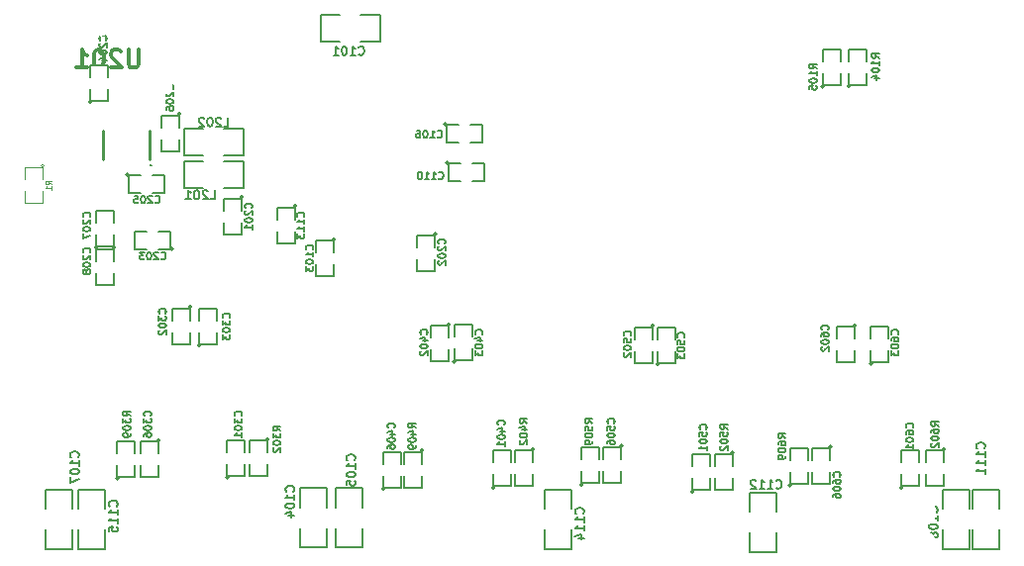
<source format=gbo>
G04 (created by PCBNEW (2013-mar-13)-testing) date Thu 04 Apr 2013 06:32:20 PM CEST*
%MOIN*%
G04 Gerber Fmt 3.4, Leading zero omitted, Abs format*
%FSLAX34Y34*%
G01*
G70*
G90*
G04 APERTURE LIST*
%ADD10C,2.3622e-06*%
%ADD11C,0.005*%
%ADD12C,0.0098*%
%ADD13C,0.0039*%
%ADD14C,0.012*%
%ADD15C,0.0043*%
%ADD16C,0.0550787*%
%ADD17R,0.0800787X0.0600787*%
%ADD18R,0.0600787X0.0800787*%
%ADD19R,0.0550787X0.0350787*%
%ADD20R,0.0350787X0.0550787*%
%ADD21R,0.0600787X0.0600787*%
%ADD22C,0.0600787*%
%ADD23C,0.0472787*%
%ADD24R,0.00987874X0.0217787*%
%ADD25R,0.00987874X0.0492787*%
%ADD26R,0.0701787X0.0650787*%
%ADD27R,0.0421787X0.0650787*%
%ADD28C,0.0591787*%
%ADD29C,0.157579*%
G04 APERTURE END LIST*
G54D10*
G54D11*
X38950Y-60600D02*
X39850Y-60600D01*
X39850Y-60600D02*
X39850Y-61250D01*
X38950Y-61950D02*
X38950Y-62600D01*
X38950Y-62600D02*
X39850Y-62600D01*
X39850Y-62600D02*
X39850Y-61950D01*
X38950Y-61250D02*
X38950Y-60600D01*
X38750Y-62600D02*
X37850Y-62600D01*
X37850Y-62600D02*
X37850Y-61950D01*
X38750Y-61250D02*
X38750Y-60600D01*
X38750Y-60600D02*
X37850Y-60600D01*
X37850Y-60600D02*
X37850Y-61250D01*
X38750Y-61950D02*
X38750Y-62600D01*
X68050Y-60600D02*
X68950Y-60600D01*
X68950Y-60600D02*
X68950Y-61250D01*
X68050Y-61950D02*
X68050Y-62600D01*
X68050Y-62600D02*
X68950Y-62600D01*
X68950Y-62600D02*
X68950Y-61950D01*
X68050Y-61250D02*
X68050Y-60600D01*
X69950Y-62600D02*
X69050Y-62600D01*
X69050Y-62600D02*
X69050Y-61950D01*
X69950Y-61250D02*
X69950Y-60600D01*
X69950Y-60600D02*
X69050Y-60600D01*
X69050Y-60600D02*
X69050Y-61250D01*
X69950Y-61950D02*
X69950Y-62600D01*
X61550Y-60700D02*
X62450Y-60700D01*
X62450Y-60700D02*
X62450Y-61350D01*
X61550Y-62050D02*
X61550Y-62700D01*
X61550Y-62700D02*
X62450Y-62700D01*
X62450Y-62700D02*
X62450Y-62050D01*
X61550Y-61350D02*
X61550Y-60700D01*
X55550Y-62600D02*
X54650Y-62600D01*
X54650Y-62600D02*
X54650Y-61950D01*
X55550Y-61250D02*
X55550Y-60600D01*
X55550Y-60600D02*
X54650Y-60600D01*
X54650Y-60600D02*
X54650Y-61250D01*
X55550Y-61950D02*
X55550Y-62600D01*
X47300Y-62550D02*
X46400Y-62550D01*
X46400Y-62550D02*
X46400Y-61900D01*
X47300Y-61200D02*
X47300Y-60550D01*
X47300Y-60550D02*
X46400Y-60550D01*
X46400Y-60550D02*
X46400Y-61200D01*
X47300Y-61900D02*
X47300Y-62550D01*
X47600Y-60550D02*
X48500Y-60550D01*
X48500Y-60550D02*
X48500Y-61200D01*
X47600Y-61900D02*
X47600Y-62550D01*
X47600Y-62550D02*
X48500Y-62550D01*
X48500Y-62550D02*
X48500Y-61900D01*
X47600Y-61200D02*
X47600Y-60550D01*
X44500Y-49550D02*
X44500Y-50450D01*
X44500Y-50450D02*
X43850Y-50450D01*
X43150Y-49550D02*
X42500Y-49550D01*
X42500Y-49550D02*
X42500Y-50450D01*
X42500Y-50450D02*
X43150Y-50450D01*
X43850Y-49550D02*
X44500Y-49550D01*
X44500Y-48450D02*
X44500Y-49350D01*
X44500Y-49350D02*
X43850Y-49350D01*
X43150Y-48450D02*
X42500Y-48450D01*
X42500Y-48450D02*
X42500Y-49350D01*
X42500Y-49350D02*
X43150Y-49350D01*
X43850Y-48450D02*
X44500Y-48450D01*
X47100Y-45500D02*
X47100Y-44600D01*
X47100Y-44600D02*
X47750Y-44600D01*
X48450Y-45500D02*
X49100Y-45500D01*
X49100Y-45500D02*
X49100Y-44600D01*
X49100Y-44600D02*
X48450Y-44600D01*
X47750Y-45500D02*
X47100Y-45500D01*
X51649Y-56292D02*
G75*
G03X51649Y-56292I-50J0D01*
G74*
G01*
X51599Y-55842D02*
X51599Y-56242D01*
X51599Y-56242D02*
X52199Y-56242D01*
X52199Y-56242D02*
X52199Y-55842D01*
X52199Y-55442D02*
X52199Y-55042D01*
X52199Y-55042D02*
X51599Y-55042D01*
X51599Y-55042D02*
X51599Y-55442D01*
X51462Y-55032D02*
G75*
G03X51462Y-55032I-50J0D01*
G74*
G01*
X51412Y-55482D02*
X51412Y-55082D01*
X51412Y-55082D02*
X50812Y-55082D01*
X50812Y-55082D02*
X50812Y-55482D01*
X50812Y-55882D02*
X50812Y-56282D01*
X50812Y-56282D02*
X51412Y-56282D01*
X51412Y-56282D02*
X51412Y-55882D01*
X52948Y-60544D02*
G75*
G03X52948Y-60544I-50J0D01*
G74*
G01*
X52898Y-60094D02*
X52898Y-60494D01*
X52898Y-60494D02*
X53498Y-60494D01*
X53498Y-60494D02*
X53498Y-60094D01*
X53498Y-59694D02*
X53498Y-59294D01*
X53498Y-59294D02*
X52898Y-59294D01*
X52898Y-59294D02*
X52898Y-59694D01*
X49248Y-60584D02*
G75*
G03X49248Y-60584I-50J0D01*
G74*
G01*
X49198Y-60134D02*
X49198Y-60534D01*
X49198Y-60534D02*
X49798Y-60534D01*
X49798Y-60534D02*
X49798Y-60134D01*
X49798Y-59734D02*
X49798Y-59334D01*
X49798Y-59334D02*
X49198Y-59334D01*
X49198Y-59334D02*
X49198Y-59734D01*
X50556Y-59284D02*
G75*
G03X50556Y-59284I-50J0D01*
G74*
G01*
X50506Y-59734D02*
X50506Y-59334D01*
X50506Y-59334D02*
X49906Y-59334D01*
X49906Y-59334D02*
X49906Y-59734D01*
X49906Y-60134D02*
X49906Y-60534D01*
X49906Y-60534D02*
X50506Y-60534D01*
X50506Y-60534D02*
X50506Y-60134D01*
X54296Y-59244D02*
G75*
G03X54296Y-59244I-50J0D01*
G74*
G01*
X54246Y-59694D02*
X54246Y-59294D01*
X54246Y-59294D02*
X53646Y-59294D01*
X53646Y-59294D02*
X53646Y-59694D01*
X53646Y-60094D02*
X53646Y-60494D01*
X53646Y-60494D02*
X54246Y-60494D01*
X54246Y-60494D02*
X54246Y-60094D01*
X57272Y-59137D02*
G75*
G03X57272Y-59137I-50J0D01*
G74*
G01*
X57222Y-59587D02*
X57222Y-59187D01*
X57222Y-59187D02*
X56622Y-59187D01*
X56622Y-59187D02*
X56622Y-59587D01*
X56622Y-59987D02*
X56622Y-60387D01*
X56622Y-60387D02*
X57222Y-60387D01*
X57222Y-60387D02*
X57222Y-59987D01*
X68119Y-59237D02*
G75*
G03X68119Y-59237I-50J0D01*
G74*
G01*
X68069Y-59687D02*
X68069Y-59287D01*
X68069Y-59287D02*
X67469Y-59287D01*
X67469Y-59287D02*
X67469Y-59687D01*
X67469Y-60087D02*
X67469Y-60487D01*
X67469Y-60487D02*
X68069Y-60487D01*
X68069Y-60487D02*
X68069Y-60087D01*
X66692Y-60537D02*
G75*
G03X66692Y-60537I-50J0D01*
G74*
G01*
X66642Y-60087D02*
X66642Y-60487D01*
X66642Y-60487D02*
X67242Y-60487D01*
X67242Y-60487D02*
X67242Y-60087D01*
X67242Y-59687D02*
X67242Y-59287D01*
X67242Y-59287D02*
X66642Y-59287D01*
X66642Y-59287D02*
X66642Y-59687D01*
X58483Y-56382D02*
G75*
G03X58483Y-56382I-50J0D01*
G74*
G01*
X58433Y-55932D02*
X58433Y-56332D01*
X58433Y-56332D02*
X59033Y-56332D01*
X59033Y-56332D02*
X59033Y-55932D01*
X59033Y-55532D02*
X59033Y-55132D01*
X59033Y-55132D02*
X58433Y-55132D01*
X58433Y-55132D02*
X58433Y-55532D01*
X58335Y-55082D02*
G75*
G03X58335Y-55082I-50J0D01*
G74*
G01*
X58285Y-55532D02*
X58285Y-55132D01*
X58285Y-55132D02*
X57685Y-55132D01*
X57685Y-55132D02*
X57685Y-55532D01*
X57685Y-55932D02*
X57685Y-56332D01*
X57685Y-56332D02*
X58285Y-56332D01*
X58285Y-56332D02*
X58285Y-55932D01*
X55924Y-60437D02*
G75*
G03X55924Y-60437I-50J0D01*
G74*
G01*
X55874Y-59987D02*
X55874Y-60387D01*
X55874Y-60387D02*
X56474Y-60387D01*
X56474Y-60387D02*
X56474Y-59987D01*
X56474Y-59587D02*
X56474Y-59187D01*
X56474Y-59187D02*
X55874Y-59187D01*
X55874Y-59187D02*
X55874Y-59587D01*
X59664Y-60673D02*
G75*
G03X59664Y-60673I-50J0D01*
G74*
G01*
X59614Y-60223D02*
X59614Y-60623D01*
X59614Y-60623D02*
X60214Y-60623D01*
X60214Y-60623D02*
X60214Y-60223D01*
X60214Y-59823D02*
X60214Y-59423D01*
X60214Y-59423D02*
X59614Y-59423D01*
X59614Y-59423D02*
X59614Y-59823D01*
X61012Y-59373D02*
G75*
G03X61012Y-59373I-50J0D01*
G74*
G01*
X60962Y-59823D02*
X60962Y-59423D01*
X60962Y-59423D02*
X60362Y-59423D01*
X60362Y-59423D02*
X60362Y-59823D01*
X60362Y-60223D02*
X60362Y-60623D01*
X60362Y-60623D02*
X60962Y-60623D01*
X60962Y-60623D02*
X60962Y-60223D01*
X51000Y-52000D02*
G75*
G03X51000Y-52000I-50J0D01*
G74*
G01*
X50950Y-52450D02*
X50950Y-52050D01*
X50950Y-52050D02*
X50350Y-52050D01*
X50350Y-52050D02*
X50350Y-52450D01*
X50350Y-52850D02*
X50350Y-53250D01*
X50350Y-53250D02*
X50950Y-53250D01*
X50950Y-53250D02*
X50950Y-52850D01*
X64300Y-59158D02*
G75*
G03X64300Y-59158I-50J0D01*
G74*
G01*
X64250Y-59608D02*
X64250Y-59208D01*
X64250Y-59208D02*
X63650Y-59208D01*
X63650Y-59208D02*
X63650Y-59608D01*
X63650Y-60008D02*
X63650Y-60408D01*
X63650Y-60408D02*
X64250Y-60408D01*
X64250Y-60408D02*
X64250Y-60008D01*
X42400Y-47950D02*
G75*
G03X42400Y-47950I-50J0D01*
G74*
G01*
X42350Y-48400D02*
X42350Y-48000D01*
X42350Y-48000D02*
X41750Y-48000D01*
X41750Y-48000D02*
X41750Y-48400D01*
X41750Y-48800D02*
X41750Y-49200D01*
X41750Y-49200D02*
X42350Y-49200D01*
X42350Y-49200D02*
X42350Y-48800D01*
X40650Y-50000D02*
G75*
G03X40650Y-50000I-50J0D01*
G74*
G01*
X41050Y-50000D02*
X40650Y-50000D01*
X40650Y-50000D02*
X40650Y-50600D01*
X40650Y-50600D02*
X41050Y-50600D01*
X41450Y-50600D02*
X41850Y-50600D01*
X41850Y-50600D02*
X41850Y-50000D01*
X41850Y-50000D02*
X41450Y-50000D01*
X65127Y-55064D02*
G75*
G03X65127Y-55064I-50J0D01*
G74*
G01*
X65077Y-55514D02*
X65077Y-55114D01*
X65077Y-55114D02*
X64477Y-55114D01*
X64477Y-55114D02*
X64477Y-55514D01*
X64477Y-55914D02*
X64477Y-56314D01*
X64477Y-56314D02*
X65077Y-56314D01*
X65077Y-56314D02*
X65077Y-55914D01*
X64925Y-47025D02*
G75*
G03X64925Y-47025I-50J0D01*
G74*
G01*
X64875Y-46575D02*
X64875Y-46975D01*
X64875Y-46975D02*
X65475Y-46975D01*
X65475Y-46975D02*
X65475Y-46575D01*
X65475Y-46175D02*
X65475Y-45775D01*
X65475Y-45775D02*
X64875Y-45775D01*
X64875Y-45775D02*
X64875Y-46175D01*
X64050Y-47025D02*
G75*
G03X64050Y-47025I-50J0D01*
G74*
G01*
X64000Y-46575D02*
X64000Y-46975D01*
X64000Y-46975D02*
X64600Y-46975D01*
X64600Y-46975D02*
X64600Y-46575D01*
X64600Y-46175D02*
X64600Y-45775D01*
X64600Y-45775D02*
X64000Y-45775D01*
X64000Y-45775D02*
X64000Y-46175D01*
X65668Y-56364D02*
G75*
G03X65668Y-56364I-50J0D01*
G74*
G01*
X65618Y-55914D02*
X65618Y-56314D01*
X65618Y-56314D02*
X66218Y-56314D01*
X66218Y-56314D02*
X66218Y-55914D01*
X66218Y-55514D02*
X66218Y-55114D01*
X66218Y-55114D02*
X65618Y-55114D01*
X65618Y-55114D02*
X65618Y-55514D01*
X44500Y-50750D02*
G75*
G03X44500Y-50750I-50J0D01*
G74*
G01*
X44450Y-51200D02*
X44450Y-50800D01*
X44450Y-50800D02*
X43850Y-50800D01*
X43850Y-50800D02*
X43850Y-51200D01*
X43850Y-51600D02*
X43850Y-52000D01*
X43850Y-52000D02*
X44450Y-52000D01*
X44450Y-52000D02*
X44450Y-51600D01*
X46300Y-51050D02*
G75*
G03X46300Y-51050I-50J0D01*
G74*
G01*
X46250Y-51500D02*
X46250Y-51100D01*
X46250Y-51100D02*
X45650Y-51100D01*
X45650Y-51100D02*
X45650Y-51500D01*
X45650Y-51900D02*
X45650Y-52300D01*
X45650Y-52300D02*
X46250Y-52300D01*
X46250Y-52300D02*
X46250Y-51900D01*
X51400Y-49600D02*
G75*
G03X51400Y-49600I-50J0D01*
G74*
G01*
X51800Y-49600D02*
X51400Y-49600D01*
X51400Y-49600D02*
X51400Y-50200D01*
X51400Y-50200D02*
X51800Y-50200D01*
X52200Y-50200D02*
X52600Y-50200D01*
X52600Y-50200D02*
X52600Y-49600D01*
X52600Y-49600D02*
X52200Y-49600D01*
X51350Y-48300D02*
G75*
G03X51350Y-48300I-50J0D01*
G74*
G01*
X51750Y-48300D02*
X51350Y-48300D01*
X51350Y-48300D02*
X51350Y-48900D01*
X51350Y-48900D02*
X51750Y-48900D01*
X52150Y-48900D02*
X52550Y-48900D01*
X52550Y-48900D02*
X52550Y-48300D01*
X52550Y-48300D02*
X52150Y-48300D01*
X47600Y-52175D02*
G75*
G03X47600Y-52175I-50J0D01*
G74*
G01*
X47550Y-52625D02*
X47550Y-52225D01*
X47550Y-52225D02*
X46950Y-52225D01*
X46950Y-52225D02*
X46950Y-52625D01*
X46950Y-53025D02*
X46950Y-53425D01*
X46950Y-53425D02*
X47550Y-53425D01*
X47550Y-53425D02*
X47550Y-53025D01*
X62952Y-60458D02*
G75*
G03X62952Y-60458I-50J0D01*
G74*
G01*
X62902Y-60008D02*
X62902Y-60408D01*
X62902Y-60408D02*
X63502Y-60408D01*
X63502Y-60408D02*
X63502Y-60008D01*
X63502Y-59608D02*
X63502Y-59208D01*
X63502Y-59208D02*
X62902Y-59208D01*
X62902Y-59208D02*
X62902Y-59608D01*
X43064Y-55756D02*
G75*
G03X43064Y-55756I-50J0D01*
G74*
G01*
X43014Y-55306D02*
X43014Y-55706D01*
X43014Y-55706D02*
X43614Y-55706D01*
X43614Y-55706D02*
X43614Y-55306D01*
X43614Y-54906D02*
X43614Y-54506D01*
X43614Y-54506D02*
X43014Y-54506D01*
X43014Y-54506D02*
X43014Y-54906D01*
X42759Y-54456D02*
G75*
G03X42759Y-54456I-50J0D01*
G74*
G01*
X42709Y-54906D02*
X42709Y-54506D01*
X42709Y-54506D02*
X42109Y-54506D01*
X42109Y-54506D02*
X42109Y-54906D01*
X42109Y-55306D02*
X42109Y-55706D01*
X42109Y-55706D02*
X42709Y-55706D01*
X42709Y-55706D02*
X42709Y-55306D01*
X41696Y-58944D02*
G75*
G03X41696Y-58944I-50J0D01*
G74*
G01*
X41646Y-59394D02*
X41646Y-58994D01*
X41646Y-58994D02*
X41046Y-58994D01*
X41046Y-58994D02*
X41046Y-59394D01*
X41046Y-59794D02*
X41046Y-60194D01*
X41046Y-60194D02*
X41646Y-60194D01*
X41646Y-60194D02*
X41646Y-59794D01*
X40309Y-60244D02*
G75*
G03X40309Y-60244I-50J0D01*
G74*
G01*
X40259Y-59794D02*
X40259Y-60194D01*
X40259Y-60194D02*
X40859Y-60194D01*
X40859Y-60194D02*
X40859Y-59794D01*
X40859Y-59394D02*
X40859Y-58994D01*
X40859Y-58994D02*
X40259Y-58994D01*
X40259Y-58994D02*
X40259Y-59394D01*
X40200Y-52450D02*
G75*
G03X40200Y-52450I-50J0D01*
G74*
G01*
X40150Y-52900D02*
X40150Y-52500D01*
X40150Y-52500D02*
X39550Y-52500D01*
X39550Y-52500D02*
X39550Y-52900D01*
X39550Y-53300D02*
X39550Y-53700D01*
X39550Y-53700D02*
X40150Y-53700D01*
X40150Y-53700D02*
X40150Y-53300D01*
X45357Y-58905D02*
G75*
G03X45357Y-58905I-50J0D01*
G74*
G01*
X45307Y-59355D02*
X45307Y-58955D01*
X45307Y-58955D02*
X44707Y-58955D01*
X44707Y-58955D02*
X44707Y-59355D01*
X44707Y-59755D02*
X44707Y-60155D01*
X44707Y-60155D02*
X45307Y-60155D01*
X45307Y-60155D02*
X45307Y-59755D01*
X39600Y-52450D02*
G75*
G03X39600Y-52450I-50J0D01*
G74*
G01*
X39550Y-52000D02*
X39550Y-52400D01*
X39550Y-52400D02*
X40150Y-52400D01*
X40150Y-52400D02*
X40150Y-52000D01*
X40150Y-51600D02*
X40150Y-51200D01*
X40150Y-51200D02*
X39550Y-51200D01*
X39550Y-51200D02*
X39550Y-51600D01*
X42150Y-52500D02*
G75*
G03X42150Y-52500I-50J0D01*
G74*
G01*
X41650Y-52500D02*
X42050Y-52500D01*
X42050Y-52500D02*
X42050Y-51900D01*
X42050Y-51900D02*
X41650Y-51900D01*
X41250Y-51900D02*
X40850Y-51900D01*
X40850Y-51900D02*
X40850Y-52500D01*
X40850Y-52500D02*
X41250Y-52500D01*
X39400Y-47550D02*
G75*
G03X39400Y-47550I-50J0D01*
G74*
G01*
X39350Y-47100D02*
X39350Y-47500D01*
X39350Y-47500D02*
X39950Y-47500D01*
X39950Y-47500D02*
X39950Y-47100D01*
X39950Y-46700D02*
X39950Y-46300D01*
X39950Y-46300D02*
X39350Y-46300D01*
X39350Y-46300D02*
X39350Y-46700D01*
X44009Y-60205D02*
G75*
G03X44009Y-60205I-50J0D01*
G74*
G01*
X43959Y-59755D02*
X43959Y-60155D01*
X43959Y-60155D02*
X44559Y-60155D01*
X44559Y-60155D02*
X44559Y-59755D01*
X44559Y-59355D02*
X44559Y-58955D01*
X44559Y-58955D02*
X43959Y-58955D01*
X43959Y-58955D02*
X43959Y-59355D01*
G54D12*
X41384Y-49684D02*
G75*
G03X41384Y-49684I-22J0D01*
G74*
G01*
X39763Y-48499D02*
X39763Y-49463D01*
X41337Y-49463D02*
X41337Y-48499D01*
G54D13*
X37800Y-49700D02*
G75*
G03X37800Y-49700I-50J0D01*
G74*
G01*
X37750Y-50150D02*
X37750Y-49750D01*
X37750Y-49750D02*
X37150Y-49750D01*
X37150Y-49750D02*
X37150Y-50150D01*
X37150Y-50550D02*
X37150Y-50950D01*
X37150Y-50950D02*
X37750Y-50950D01*
X37750Y-50950D02*
X37750Y-50550D01*
G54D11*
X40242Y-61164D02*
X40257Y-61150D01*
X40271Y-61107D01*
X40271Y-61078D01*
X40257Y-61035D01*
X40228Y-61007D01*
X40200Y-60992D01*
X40142Y-60978D01*
X40100Y-60978D01*
X40042Y-60992D01*
X40014Y-61007D01*
X39985Y-61035D01*
X39971Y-61078D01*
X39971Y-61107D01*
X39985Y-61150D01*
X40000Y-61164D01*
X40271Y-61450D02*
X40271Y-61278D01*
X40271Y-61364D02*
X39971Y-61364D01*
X40014Y-61335D01*
X40042Y-61307D01*
X40057Y-61278D01*
X40271Y-61735D02*
X40271Y-61564D01*
X40271Y-61650D02*
X39971Y-61650D01*
X40014Y-61621D01*
X40042Y-61592D01*
X40057Y-61564D01*
X39971Y-62007D02*
X39971Y-61864D01*
X40114Y-61850D01*
X40100Y-61864D01*
X40085Y-61892D01*
X40085Y-61964D01*
X40100Y-61992D01*
X40114Y-62007D01*
X40142Y-62021D01*
X40214Y-62021D01*
X40242Y-62007D01*
X40257Y-61992D01*
X40271Y-61964D01*
X40271Y-61892D01*
X40257Y-61864D01*
X40242Y-61850D01*
X38942Y-59514D02*
X38957Y-59500D01*
X38971Y-59457D01*
X38971Y-59428D01*
X38957Y-59385D01*
X38928Y-59357D01*
X38900Y-59342D01*
X38842Y-59328D01*
X38800Y-59328D01*
X38742Y-59342D01*
X38714Y-59357D01*
X38685Y-59385D01*
X38671Y-59428D01*
X38671Y-59457D01*
X38685Y-59500D01*
X38700Y-59514D01*
X38971Y-59800D02*
X38971Y-59628D01*
X38971Y-59714D02*
X38671Y-59714D01*
X38714Y-59685D01*
X38742Y-59657D01*
X38757Y-59628D01*
X38671Y-59985D02*
X38671Y-60014D01*
X38685Y-60042D01*
X38700Y-60057D01*
X38728Y-60071D01*
X38785Y-60085D01*
X38857Y-60085D01*
X38914Y-60071D01*
X38942Y-60057D01*
X38957Y-60042D01*
X38971Y-60014D01*
X38971Y-59985D01*
X38957Y-59957D01*
X38942Y-59942D01*
X38914Y-59928D01*
X38857Y-59914D01*
X38785Y-59914D01*
X38728Y-59928D01*
X38700Y-59942D01*
X38685Y-59957D01*
X38671Y-59985D01*
X38671Y-60185D02*
X38671Y-60385D01*
X38971Y-60257D01*
X67842Y-61364D02*
X67857Y-61350D01*
X67871Y-61307D01*
X67871Y-61278D01*
X67857Y-61235D01*
X67828Y-61207D01*
X67800Y-61192D01*
X67742Y-61178D01*
X67700Y-61178D01*
X67642Y-61192D01*
X67614Y-61207D01*
X67585Y-61235D01*
X67571Y-61278D01*
X67571Y-61307D01*
X67585Y-61350D01*
X67600Y-61364D01*
X67871Y-61650D02*
X67871Y-61478D01*
X67871Y-61564D02*
X67571Y-61564D01*
X67614Y-61535D01*
X67642Y-61507D01*
X67657Y-61478D01*
X67571Y-61835D02*
X67571Y-61864D01*
X67585Y-61892D01*
X67600Y-61907D01*
X67628Y-61921D01*
X67685Y-61935D01*
X67757Y-61935D01*
X67814Y-61921D01*
X67842Y-61907D01*
X67857Y-61892D01*
X67871Y-61864D01*
X67871Y-61835D01*
X67857Y-61807D01*
X67842Y-61792D01*
X67814Y-61778D01*
X67757Y-61764D01*
X67685Y-61764D01*
X67628Y-61778D01*
X67600Y-61792D01*
X67585Y-61807D01*
X67571Y-61835D01*
X67700Y-62107D02*
X67685Y-62078D01*
X67671Y-62064D01*
X67642Y-62050D01*
X67628Y-62050D01*
X67600Y-62064D01*
X67585Y-62078D01*
X67571Y-62107D01*
X67571Y-62164D01*
X67585Y-62192D01*
X67600Y-62207D01*
X67628Y-62221D01*
X67642Y-62221D01*
X67671Y-62207D01*
X67685Y-62192D01*
X67700Y-62164D01*
X67700Y-62107D01*
X67714Y-62078D01*
X67728Y-62064D01*
X67757Y-62050D01*
X67814Y-62050D01*
X67842Y-62064D01*
X67857Y-62078D01*
X67871Y-62107D01*
X67871Y-62164D01*
X67857Y-62192D01*
X67842Y-62207D01*
X67814Y-62221D01*
X67757Y-62221D01*
X67728Y-62207D01*
X67714Y-62192D01*
X67700Y-62164D01*
X69442Y-59214D02*
X69457Y-59200D01*
X69471Y-59157D01*
X69471Y-59128D01*
X69457Y-59085D01*
X69428Y-59057D01*
X69400Y-59042D01*
X69342Y-59028D01*
X69300Y-59028D01*
X69242Y-59042D01*
X69214Y-59057D01*
X69185Y-59085D01*
X69171Y-59128D01*
X69171Y-59157D01*
X69185Y-59200D01*
X69200Y-59214D01*
X69471Y-59500D02*
X69471Y-59328D01*
X69471Y-59414D02*
X69171Y-59414D01*
X69214Y-59385D01*
X69242Y-59357D01*
X69257Y-59328D01*
X69471Y-59785D02*
X69471Y-59614D01*
X69471Y-59700D02*
X69171Y-59700D01*
X69214Y-59671D01*
X69242Y-59642D01*
X69257Y-59614D01*
X69471Y-60071D02*
X69471Y-59900D01*
X69471Y-59985D02*
X69171Y-59985D01*
X69214Y-59957D01*
X69242Y-59928D01*
X69257Y-59900D01*
X62435Y-60542D02*
X62450Y-60557D01*
X62492Y-60571D01*
X62521Y-60571D01*
X62564Y-60557D01*
X62592Y-60528D01*
X62607Y-60500D01*
X62621Y-60442D01*
X62621Y-60400D01*
X62607Y-60342D01*
X62592Y-60314D01*
X62564Y-60285D01*
X62521Y-60271D01*
X62492Y-60271D01*
X62450Y-60285D01*
X62435Y-60300D01*
X62150Y-60571D02*
X62321Y-60571D01*
X62235Y-60571D02*
X62235Y-60271D01*
X62264Y-60314D01*
X62292Y-60342D01*
X62321Y-60357D01*
X61864Y-60571D02*
X62035Y-60571D01*
X61950Y-60571D02*
X61950Y-60271D01*
X61978Y-60314D01*
X62007Y-60342D01*
X62035Y-60357D01*
X61750Y-60300D02*
X61735Y-60285D01*
X61707Y-60271D01*
X61635Y-60271D01*
X61607Y-60285D01*
X61592Y-60300D01*
X61578Y-60328D01*
X61578Y-60357D01*
X61592Y-60400D01*
X61764Y-60571D01*
X61578Y-60571D01*
X55942Y-61414D02*
X55957Y-61400D01*
X55971Y-61357D01*
X55971Y-61328D01*
X55957Y-61285D01*
X55928Y-61257D01*
X55900Y-61242D01*
X55842Y-61228D01*
X55800Y-61228D01*
X55742Y-61242D01*
X55714Y-61257D01*
X55685Y-61285D01*
X55671Y-61328D01*
X55671Y-61357D01*
X55685Y-61400D01*
X55700Y-61414D01*
X55971Y-61700D02*
X55971Y-61528D01*
X55971Y-61614D02*
X55671Y-61614D01*
X55714Y-61585D01*
X55742Y-61557D01*
X55757Y-61528D01*
X55971Y-61985D02*
X55971Y-61814D01*
X55971Y-61900D02*
X55671Y-61900D01*
X55714Y-61871D01*
X55742Y-61842D01*
X55757Y-61814D01*
X55771Y-62242D02*
X55971Y-62242D01*
X55657Y-62171D02*
X55871Y-62100D01*
X55871Y-62285D01*
X46192Y-60664D02*
X46207Y-60650D01*
X46221Y-60607D01*
X46221Y-60578D01*
X46207Y-60535D01*
X46178Y-60507D01*
X46150Y-60492D01*
X46092Y-60478D01*
X46050Y-60478D01*
X45992Y-60492D01*
X45964Y-60507D01*
X45935Y-60535D01*
X45921Y-60578D01*
X45921Y-60607D01*
X45935Y-60650D01*
X45950Y-60664D01*
X46221Y-60950D02*
X46221Y-60778D01*
X46221Y-60864D02*
X45921Y-60864D01*
X45964Y-60835D01*
X45992Y-60807D01*
X46007Y-60778D01*
X45921Y-61135D02*
X45921Y-61164D01*
X45935Y-61192D01*
X45950Y-61207D01*
X45978Y-61221D01*
X46035Y-61235D01*
X46107Y-61235D01*
X46164Y-61221D01*
X46192Y-61207D01*
X46207Y-61192D01*
X46221Y-61164D01*
X46221Y-61135D01*
X46207Y-61107D01*
X46192Y-61092D01*
X46164Y-61078D01*
X46107Y-61064D01*
X46035Y-61064D01*
X45978Y-61078D01*
X45950Y-61092D01*
X45935Y-61107D01*
X45921Y-61135D01*
X46021Y-61492D02*
X46221Y-61492D01*
X45907Y-61421D02*
X46121Y-61350D01*
X46121Y-61535D01*
X48242Y-59614D02*
X48257Y-59600D01*
X48271Y-59557D01*
X48271Y-59528D01*
X48257Y-59485D01*
X48228Y-59457D01*
X48200Y-59442D01*
X48142Y-59428D01*
X48100Y-59428D01*
X48042Y-59442D01*
X48014Y-59457D01*
X47985Y-59485D01*
X47971Y-59528D01*
X47971Y-59557D01*
X47985Y-59600D01*
X48000Y-59614D01*
X48271Y-59900D02*
X48271Y-59728D01*
X48271Y-59814D02*
X47971Y-59814D01*
X48014Y-59785D01*
X48042Y-59757D01*
X48057Y-59728D01*
X47971Y-60085D02*
X47971Y-60114D01*
X47985Y-60142D01*
X48000Y-60157D01*
X48028Y-60171D01*
X48085Y-60185D01*
X48157Y-60185D01*
X48214Y-60171D01*
X48242Y-60157D01*
X48257Y-60142D01*
X48271Y-60114D01*
X48271Y-60085D01*
X48257Y-60057D01*
X48242Y-60042D01*
X48214Y-60028D01*
X48157Y-60014D01*
X48085Y-60014D01*
X48028Y-60028D01*
X48000Y-60042D01*
X47985Y-60057D01*
X47971Y-60085D01*
X47971Y-60457D02*
X47971Y-60314D01*
X48114Y-60300D01*
X48100Y-60314D01*
X48085Y-60342D01*
X48085Y-60414D01*
X48100Y-60442D01*
X48114Y-60457D01*
X48142Y-60471D01*
X48214Y-60471D01*
X48242Y-60457D01*
X48257Y-60442D01*
X48271Y-60414D01*
X48271Y-60342D01*
X48257Y-60314D01*
X48242Y-60300D01*
X43385Y-50821D02*
X43528Y-50821D01*
X43528Y-50521D01*
X43299Y-50550D02*
X43285Y-50535D01*
X43257Y-50521D01*
X43185Y-50521D01*
X43157Y-50535D01*
X43142Y-50550D01*
X43128Y-50578D01*
X43128Y-50607D01*
X43142Y-50650D01*
X43314Y-50821D01*
X43128Y-50821D01*
X42942Y-50521D02*
X42914Y-50521D01*
X42885Y-50535D01*
X42871Y-50550D01*
X42857Y-50578D01*
X42842Y-50635D01*
X42842Y-50707D01*
X42857Y-50764D01*
X42871Y-50792D01*
X42885Y-50807D01*
X42914Y-50821D01*
X42942Y-50821D01*
X42971Y-50807D01*
X42985Y-50792D01*
X42999Y-50764D01*
X43014Y-50707D01*
X43014Y-50635D01*
X42999Y-50578D01*
X42985Y-50550D01*
X42971Y-50535D01*
X42942Y-50521D01*
X42557Y-50821D02*
X42728Y-50821D01*
X42642Y-50821D02*
X42642Y-50521D01*
X42671Y-50564D01*
X42700Y-50592D01*
X42728Y-50607D01*
X43835Y-48371D02*
X43978Y-48371D01*
X43978Y-48071D01*
X43749Y-48100D02*
X43735Y-48085D01*
X43707Y-48071D01*
X43635Y-48071D01*
X43607Y-48085D01*
X43592Y-48100D01*
X43578Y-48128D01*
X43578Y-48157D01*
X43592Y-48200D01*
X43764Y-48371D01*
X43578Y-48371D01*
X43392Y-48071D02*
X43364Y-48071D01*
X43335Y-48085D01*
X43321Y-48100D01*
X43307Y-48128D01*
X43292Y-48185D01*
X43292Y-48257D01*
X43307Y-48314D01*
X43321Y-48342D01*
X43335Y-48357D01*
X43364Y-48371D01*
X43392Y-48371D01*
X43421Y-48357D01*
X43435Y-48342D01*
X43449Y-48314D01*
X43464Y-48257D01*
X43464Y-48185D01*
X43449Y-48128D01*
X43435Y-48100D01*
X43421Y-48085D01*
X43392Y-48071D01*
X43178Y-48100D02*
X43164Y-48085D01*
X43135Y-48071D01*
X43064Y-48071D01*
X43035Y-48085D01*
X43021Y-48100D01*
X43007Y-48128D01*
X43007Y-48157D01*
X43021Y-48200D01*
X43192Y-48371D01*
X43007Y-48371D01*
X48385Y-45942D02*
X48400Y-45957D01*
X48442Y-45971D01*
X48471Y-45971D01*
X48514Y-45957D01*
X48542Y-45928D01*
X48557Y-45900D01*
X48571Y-45842D01*
X48571Y-45800D01*
X48557Y-45742D01*
X48542Y-45714D01*
X48514Y-45685D01*
X48471Y-45671D01*
X48442Y-45671D01*
X48400Y-45685D01*
X48385Y-45700D01*
X48100Y-45971D02*
X48271Y-45971D01*
X48185Y-45971D02*
X48185Y-45671D01*
X48214Y-45714D01*
X48242Y-45742D01*
X48271Y-45757D01*
X47914Y-45671D02*
X47885Y-45671D01*
X47857Y-45685D01*
X47842Y-45700D01*
X47828Y-45728D01*
X47814Y-45785D01*
X47814Y-45857D01*
X47828Y-45914D01*
X47842Y-45942D01*
X47857Y-45957D01*
X47885Y-45971D01*
X47914Y-45971D01*
X47942Y-45957D01*
X47957Y-45942D01*
X47971Y-45914D01*
X47985Y-45857D01*
X47985Y-45785D01*
X47971Y-45728D01*
X47957Y-45700D01*
X47942Y-45685D01*
X47914Y-45671D01*
X47528Y-45971D02*
X47700Y-45971D01*
X47614Y-45971D02*
X47614Y-45671D01*
X47642Y-45714D01*
X47671Y-45742D01*
X47700Y-45757D01*
X52527Y-55370D02*
X52539Y-55358D01*
X52551Y-55322D01*
X52551Y-55298D01*
X52539Y-55263D01*
X52515Y-55239D01*
X52491Y-55227D01*
X52444Y-55215D01*
X52408Y-55215D01*
X52360Y-55227D01*
X52336Y-55239D01*
X52313Y-55263D01*
X52301Y-55298D01*
X52301Y-55322D01*
X52313Y-55358D01*
X52325Y-55370D01*
X52384Y-55584D02*
X52551Y-55584D01*
X52289Y-55525D02*
X52467Y-55465D01*
X52467Y-55620D01*
X52301Y-55763D02*
X52301Y-55786D01*
X52313Y-55810D01*
X52325Y-55822D01*
X52348Y-55834D01*
X52396Y-55846D01*
X52455Y-55846D01*
X52503Y-55834D01*
X52527Y-55822D01*
X52539Y-55810D01*
X52551Y-55786D01*
X52551Y-55763D01*
X52539Y-55739D01*
X52527Y-55727D01*
X52503Y-55715D01*
X52455Y-55703D01*
X52396Y-55703D01*
X52348Y-55715D01*
X52325Y-55727D01*
X52313Y-55739D01*
X52301Y-55763D01*
X52301Y-55929D02*
X52301Y-56084D01*
X52396Y-56001D01*
X52396Y-56036D01*
X52408Y-56060D01*
X52420Y-56072D01*
X52444Y-56084D01*
X52503Y-56084D01*
X52527Y-56072D01*
X52539Y-56060D01*
X52551Y-56036D01*
X52551Y-55965D01*
X52539Y-55941D01*
X52527Y-55929D01*
X50677Y-55370D02*
X50689Y-55358D01*
X50701Y-55322D01*
X50701Y-55298D01*
X50689Y-55263D01*
X50665Y-55239D01*
X50641Y-55227D01*
X50594Y-55215D01*
X50558Y-55215D01*
X50510Y-55227D01*
X50486Y-55239D01*
X50463Y-55263D01*
X50451Y-55298D01*
X50451Y-55322D01*
X50463Y-55358D01*
X50475Y-55370D01*
X50534Y-55584D02*
X50701Y-55584D01*
X50439Y-55525D02*
X50617Y-55465D01*
X50617Y-55620D01*
X50451Y-55763D02*
X50451Y-55786D01*
X50463Y-55810D01*
X50475Y-55822D01*
X50498Y-55834D01*
X50546Y-55846D01*
X50605Y-55846D01*
X50653Y-55834D01*
X50677Y-55822D01*
X50689Y-55810D01*
X50701Y-55786D01*
X50701Y-55763D01*
X50689Y-55739D01*
X50677Y-55727D01*
X50653Y-55715D01*
X50605Y-55703D01*
X50546Y-55703D01*
X50498Y-55715D01*
X50475Y-55727D01*
X50463Y-55739D01*
X50451Y-55763D01*
X50475Y-55941D02*
X50463Y-55953D01*
X50451Y-55977D01*
X50451Y-56036D01*
X50463Y-56060D01*
X50475Y-56072D01*
X50498Y-56084D01*
X50522Y-56084D01*
X50558Y-56072D01*
X50701Y-55929D01*
X50701Y-56084D01*
X53277Y-58420D02*
X53289Y-58408D01*
X53301Y-58372D01*
X53301Y-58348D01*
X53289Y-58313D01*
X53265Y-58289D01*
X53241Y-58277D01*
X53194Y-58265D01*
X53158Y-58265D01*
X53110Y-58277D01*
X53086Y-58289D01*
X53063Y-58313D01*
X53051Y-58348D01*
X53051Y-58372D01*
X53063Y-58408D01*
X53075Y-58420D01*
X53134Y-58634D02*
X53301Y-58634D01*
X53039Y-58575D02*
X53217Y-58515D01*
X53217Y-58670D01*
X53051Y-58813D02*
X53051Y-58836D01*
X53063Y-58860D01*
X53075Y-58872D01*
X53098Y-58884D01*
X53146Y-58896D01*
X53205Y-58896D01*
X53253Y-58884D01*
X53277Y-58872D01*
X53289Y-58860D01*
X53301Y-58836D01*
X53301Y-58813D01*
X53289Y-58789D01*
X53277Y-58777D01*
X53253Y-58765D01*
X53205Y-58753D01*
X53146Y-58753D01*
X53098Y-58765D01*
X53075Y-58777D01*
X53063Y-58789D01*
X53051Y-58813D01*
X53301Y-59134D02*
X53301Y-58991D01*
X53301Y-59063D02*
X53051Y-59063D01*
X53086Y-59039D01*
X53110Y-59015D01*
X53122Y-58991D01*
X49577Y-58520D02*
X49589Y-58508D01*
X49601Y-58472D01*
X49601Y-58448D01*
X49589Y-58413D01*
X49565Y-58389D01*
X49541Y-58377D01*
X49494Y-58365D01*
X49458Y-58365D01*
X49410Y-58377D01*
X49386Y-58389D01*
X49363Y-58413D01*
X49351Y-58448D01*
X49351Y-58472D01*
X49363Y-58508D01*
X49375Y-58520D01*
X49434Y-58734D02*
X49601Y-58734D01*
X49339Y-58675D02*
X49517Y-58615D01*
X49517Y-58770D01*
X49351Y-58913D02*
X49351Y-58936D01*
X49363Y-58960D01*
X49375Y-58972D01*
X49398Y-58984D01*
X49446Y-58996D01*
X49505Y-58996D01*
X49553Y-58984D01*
X49577Y-58972D01*
X49589Y-58960D01*
X49601Y-58936D01*
X49601Y-58913D01*
X49589Y-58889D01*
X49577Y-58877D01*
X49553Y-58865D01*
X49505Y-58853D01*
X49446Y-58853D01*
X49398Y-58865D01*
X49375Y-58877D01*
X49363Y-58889D01*
X49351Y-58913D01*
X49351Y-59210D02*
X49351Y-59163D01*
X49363Y-59139D01*
X49375Y-59127D01*
X49410Y-59103D01*
X49458Y-59091D01*
X49553Y-59091D01*
X49577Y-59103D01*
X49589Y-59115D01*
X49601Y-59139D01*
X49601Y-59186D01*
X49589Y-59210D01*
X49577Y-59222D01*
X49553Y-59234D01*
X49494Y-59234D01*
X49470Y-59222D01*
X49458Y-59210D01*
X49446Y-59186D01*
X49446Y-59139D01*
X49458Y-59115D01*
X49470Y-59103D01*
X49494Y-59091D01*
X50301Y-58520D02*
X50182Y-58436D01*
X50301Y-58377D02*
X50051Y-58377D01*
X50051Y-58472D01*
X50063Y-58496D01*
X50075Y-58508D01*
X50098Y-58520D01*
X50134Y-58520D01*
X50158Y-58508D01*
X50170Y-58496D01*
X50182Y-58472D01*
X50182Y-58377D01*
X50134Y-58734D02*
X50301Y-58734D01*
X50039Y-58675D02*
X50217Y-58615D01*
X50217Y-58770D01*
X50051Y-58913D02*
X50051Y-58936D01*
X50063Y-58960D01*
X50075Y-58972D01*
X50098Y-58984D01*
X50146Y-58996D01*
X50205Y-58996D01*
X50253Y-58984D01*
X50277Y-58972D01*
X50289Y-58960D01*
X50301Y-58936D01*
X50301Y-58913D01*
X50289Y-58889D01*
X50277Y-58877D01*
X50253Y-58865D01*
X50205Y-58853D01*
X50146Y-58853D01*
X50098Y-58865D01*
X50075Y-58877D01*
X50063Y-58889D01*
X50051Y-58913D01*
X50301Y-59115D02*
X50301Y-59163D01*
X50289Y-59186D01*
X50277Y-59198D01*
X50241Y-59222D01*
X50194Y-59234D01*
X50098Y-59234D01*
X50075Y-59222D01*
X50063Y-59210D01*
X50051Y-59186D01*
X50051Y-59139D01*
X50063Y-59115D01*
X50075Y-59103D01*
X50098Y-59091D01*
X50158Y-59091D01*
X50182Y-59103D01*
X50194Y-59115D01*
X50205Y-59139D01*
X50205Y-59186D01*
X50194Y-59210D01*
X50182Y-59222D01*
X50158Y-59234D01*
X54051Y-58370D02*
X53932Y-58286D01*
X54051Y-58227D02*
X53801Y-58227D01*
X53801Y-58322D01*
X53813Y-58346D01*
X53825Y-58358D01*
X53848Y-58370D01*
X53884Y-58370D01*
X53908Y-58358D01*
X53920Y-58346D01*
X53932Y-58322D01*
X53932Y-58227D01*
X53884Y-58584D02*
X54051Y-58584D01*
X53789Y-58525D02*
X53967Y-58465D01*
X53967Y-58620D01*
X53801Y-58763D02*
X53801Y-58786D01*
X53813Y-58810D01*
X53825Y-58822D01*
X53848Y-58834D01*
X53896Y-58846D01*
X53955Y-58846D01*
X54003Y-58834D01*
X54027Y-58822D01*
X54039Y-58810D01*
X54051Y-58786D01*
X54051Y-58763D01*
X54039Y-58739D01*
X54027Y-58727D01*
X54003Y-58715D01*
X53955Y-58703D01*
X53896Y-58703D01*
X53848Y-58715D01*
X53825Y-58727D01*
X53813Y-58739D01*
X53801Y-58763D01*
X53825Y-58941D02*
X53813Y-58953D01*
X53801Y-58977D01*
X53801Y-59036D01*
X53813Y-59060D01*
X53825Y-59072D01*
X53848Y-59084D01*
X53872Y-59084D01*
X53908Y-59072D01*
X54051Y-58929D01*
X54051Y-59084D01*
X56977Y-58370D02*
X56989Y-58358D01*
X57001Y-58322D01*
X57001Y-58298D01*
X56989Y-58263D01*
X56965Y-58239D01*
X56941Y-58227D01*
X56894Y-58215D01*
X56858Y-58215D01*
X56810Y-58227D01*
X56786Y-58239D01*
X56763Y-58263D01*
X56751Y-58298D01*
X56751Y-58322D01*
X56763Y-58358D01*
X56775Y-58370D01*
X56751Y-58596D02*
X56751Y-58477D01*
X56870Y-58465D01*
X56858Y-58477D01*
X56846Y-58501D01*
X56846Y-58560D01*
X56858Y-58584D01*
X56870Y-58596D01*
X56894Y-58608D01*
X56953Y-58608D01*
X56977Y-58596D01*
X56989Y-58584D01*
X57001Y-58560D01*
X57001Y-58501D01*
X56989Y-58477D01*
X56977Y-58465D01*
X56751Y-58763D02*
X56751Y-58786D01*
X56763Y-58810D01*
X56775Y-58822D01*
X56798Y-58834D01*
X56846Y-58846D01*
X56905Y-58846D01*
X56953Y-58834D01*
X56977Y-58822D01*
X56989Y-58810D01*
X57001Y-58786D01*
X57001Y-58763D01*
X56989Y-58739D01*
X56977Y-58727D01*
X56953Y-58715D01*
X56905Y-58703D01*
X56846Y-58703D01*
X56798Y-58715D01*
X56775Y-58727D01*
X56763Y-58739D01*
X56751Y-58763D01*
X56751Y-59060D02*
X56751Y-59013D01*
X56763Y-58989D01*
X56775Y-58977D01*
X56810Y-58953D01*
X56858Y-58941D01*
X56953Y-58941D01*
X56977Y-58953D01*
X56989Y-58965D01*
X57001Y-58989D01*
X57001Y-59036D01*
X56989Y-59060D01*
X56977Y-59072D01*
X56953Y-59084D01*
X56894Y-59084D01*
X56870Y-59072D01*
X56858Y-59060D01*
X56846Y-59036D01*
X56846Y-58989D01*
X56858Y-58965D01*
X56870Y-58953D01*
X56894Y-58941D01*
X67901Y-58470D02*
X67782Y-58386D01*
X67901Y-58327D02*
X67651Y-58327D01*
X67651Y-58422D01*
X67663Y-58446D01*
X67675Y-58458D01*
X67698Y-58470D01*
X67734Y-58470D01*
X67758Y-58458D01*
X67770Y-58446D01*
X67782Y-58422D01*
X67782Y-58327D01*
X67651Y-58684D02*
X67651Y-58636D01*
X67663Y-58613D01*
X67675Y-58601D01*
X67710Y-58577D01*
X67758Y-58565D01*
X67853Y-58565D01*
X67877Y-58577D01*
X67889Y-58589D01*
X67901Y-58613D01*
X67901Y-58660D01*
X67889Y-58684D01*
X67877Y-58696D01*
X67853Y-58708D01*
X67794Y-58708D01*
X67770Y-58696D01*
X67758Y-58684D01*
X67746Y-58660D01*
X67746Y-58613D01*
X67758Y-58589D01*
X67770Y-58577D01*
X67794Y-58565D01*
X67651Y-58863D02*
X67651Y-58886D01*
X67663Y-58910D01*
X67675Y-58922D01*
X67698Y-58934D01*
X67746Y-58946D01*
X67805Y-58946D01*
X67853Y-58934D01*
X67877Y-58922D01*
X67889Y-58910D01*
X67901Y-58886D01*
X67901Y-58863D01*
X67889Y-58839D01*
X67877Y-58827D01*
X67853Y-58815D01*
X67805Y-58803D01*
X67746Y-58803D01*
X67698Y-58815D01*
X67675Y-58827D01*
X67663Y-58839D01*
X67651Y-58863D01*
X67675Y-59041D02*
X67663Y-59053D01*
X67651Y-59077D01*
X67651Y-59136D01*
X67663Y-59160D01*
X67675Y-59172D01*
X67698Y-59184D01*
X67722Y-59184D01*
X67758Y-59172D01*
X67901Y-59029D01*
X67901Y-59184D01*
X67027Y-58520D02*
X67039Y-58508D01*
X67051Y-58472D01*
X67051Y-58448D01*
X67039Y-58413D01*
X67015Y-58389D01*
X66991Y-58377D01*
X66944Y-58365D01*
X66908Y-58365D01*
X66860Y-58377D01*
X66836Y-58389D01*
X66813Y-58413D01*
X66801Y-58448D01*
X66801Y-58472D01*
X66813Y-58508D01*
X66825Y-58520D01*
X66801Y-58734D02*
X66801Y-58686D01*
X66813Y-58663D01*
X66825Y-58651D01*
X66860Y-58627D01*
X66908Y-58615D01*
X67003Y-58615D01*
X67027Y-58627D01*
X67039Y-58639D01*
X67051Y-58663D01*
X67051Y-58710D01*
X67039Y-58734D01*
X67027Y-58746D01*
X67003Y-58758D01*
X66944Y-58758D01*
X66920Y-58746D01*
X66908Y-58734D01*
X66896Y-58710D01*
X66896Y-58663D01*
X66908Y-58639D01*
X66920Y-58627D01*
X66944Y-58615D01*
X66801Y-58913D02*
X66801Y-58936D01*
X66813Y-58960D01*
X66825Y-58972D01*
X66848Y-58984D01*
X66896Y-58996D01*
X66955Y-58996D01*
X67003Y-58984D01*
X67027Y-58972D01*
X67039Y-58960D01*
X67051Y-58936D01*
X67051Y-58913D01*
X67039Y-58889D01*
X67027Y-58877D01*
X67003Y-58865D01*
X66955Y-58853D01*
X66896Y-58853D01*
X66848Y-58865D01*
X66825Y-58877D01*
X66813Y-58889D01*
X66801Y-58913D01*
X67051Y-59234D02*
X67051Y-59091D01*
X67051Y-59163D02*
X66801Y-59163D01*
X66836Y-59139D01*
X66860Y-59115D01*
X66872Y-59091D01*
X59327Y-55470D02*
X59339Y-55458D01*
X59351Y-55422D01*
X59351Y-55398D01*
X59339Y-55363D01*
X59315Y-55339D01*
X59291Y-55327D01*
X59244Y-55315D01*
X59208Y-55315D01*
X59160Y-55327D01*
X59136Y-55339D01*
X59113Y-55363D01*
X59101Y-55398D01*
X59101Y-55422D01*
X59113Y-55458D01*
X59125Y-55470D01*
X59101Y-55696D02*
X59101Y-55577D01*
X59220Y-55565D01*
X59208Y-55577D01*
X59196Y-55601D01*
X59196Y-55660D01*
X59208Y-55684D01*
X59220Y-55696D01*
X59244Y-55708D01*
X59303Y-55708D01*
X59327Y-55696D01*
X59339Y-55684D01*
X59351Y-55660D01*
X59351Y-55601D01*
X59339Y-55577D01*
X59327Y-55565D01*
X59101Y-55863D02*
X59101Y-55886D01*
X59113Y-55910D01*
X59125Y-55922D01*
X59148Y-55934D01*
X59196Y-55946D01*
X59255Y-55946D01*
X59303Y-55934D01*
X59327Y-55922D01*
X59339Y-55910D01*
X59351Y-55886D01*
X59351Y-55863D01*
X59339Y-55839D01*
X59327Y-55827D01*
X59303Y-55815D01*
X59255Y-55803D01*
X59196Y-55803D01*
X59148Y-55815D01*
X59125Y-55827D01*
X59113Y-55839D01*
X59101Y-55863D01*
X59101Y-56029D02*
X59101Y-56184D01*
X59196Y-56101D01*
X59196Y-56136D01*
X59208Y-56160D01*
X59220Y-56172D01*
X59244Y-56184D01*
X59303Y-56184D01*
X59327Y-56172D01*
X59339Y-56160D01*
X59351Y-56136D01*
X59351Y-56065D01*
X59339Y-56041D01*
X59327Y-56029D01*
X57527Y-55420D02*
X57539Y-55408D01*
X57551Y-55372D01*
X57551Y-55348D01*
X57539Y-55313D01*
X57515Y-55289D01*
X57491Y-55277D01*
X57444Y-55265D01*
X57408Y-55265D01*
X57360Y-55277D01*
X57336Y-55289D01*
X57313Y-55313D01*
X57301Y-55348D01*
X57301Y-55372D01*
X57313Y-55408D01*
X57325Y-55420D01*
X57301Y-55646D02*
X57301Y-55527D01*
X57420Y-55515D01*
X57408Y-55527D01*
X57396Y-55551D01*
X57396Y-55610D01*
X57408Y-55634D01*
X57420Y-55646D01*
X57444Y-55658D01*
X57503Y-55658D01*
X57527Y-55646D01*
X57539Y-55634D01*
X57551Y-55610D01*
X57551Y-55551D01*
X57539Y-55527D01*
X57527Y-55515D01*
X57301Y-55813D02*
X57301Y-55836D01*
X57313Y-55860D01*
X57325Y-55872D01*
X57348Y-55884D01*
X57396Y-55896D01*
X57455Y-55896D01*
X57503Y-55884D01*
X57527Y-55872D01*
X57539Y-55860D01*
X57551Y-55836D01*
X57551Y-55813D01*
X57539Y-55789D01*
X57527Y-55777D01*
X57503Y-55765D01*
X57455Y-55753D01*
X57396Y-55753D01*
X57348Y-55765D01*
X57325Y-55777D01*
X57313Y-55789D01*
X57301Y-55813D01*
X57325Y-55991D02*
X57313Y-56003D01*
X57301Y-56027D01*
X57301Y-56086D01*
X57313Y-56110D01*
X57325Y-56122D01*
X57348Y-56134D01*
X57372Y-56134D01*
X57408Y-56122D01*
X57551Y-55979D01*
X57551Y-56134D01*
X56251Y-58370D02*
X56132Y-58286D01*
X56251Y-58227D02*
X56001Y-58227D01*
X56001Y-58322D01*
X56013Y-58346D01*
X56025Y-58358D01*
X56048Y-58370D01*
X56084Y-58370D01*
X56108Y-58358D01*
X56120Y-58346D01*
X56132Y-58322D01*
X56132Y-58227D01*
X56001Y-58596D02*
X56001Y-58477D01*
X56120Y-58465D01*
X56108Y-58477D01*
X56096Y-58501D01*
X56096Y-58560D01*
X56108Y-58584D01*
X56120Y-58596D01*
X56144Y-58608D01*
X56203Y-58608D01*
X56227Y-58596D01*
X56239Y-58584D01*
X56251Y-58560D01*
X56251Y-58501D01*
X56239Y-58477D01*
X56227Y-58465D01*
X56001Y-58763D02*
X56001Y-58786D01*
X56013Y-58810D01*
X56025Y-58822D01*
X56048Y-58834D01*
X56096Y-58846D01*
X56155Y-58846D01*
X56203Y-58834D01*
X56227Y-58822D01*
X56239Y-58810D01*
X56251Y-58786D01*
X56251Y-58763D01*
X56239Y-58739D01*
X56227Y-58727D01*
X56203Y-58715D01*
X56155Y-58703D01*
X56096Y-58703D01*
X56048Y-58715D01*
X56025Y-58727D01*
X56013Y-58739D01*
X56001Y-58763D01*
X56251Y-58965D02*
X56251Y-59013D01*
X56239Y-59036D01*
X56227Y-59048D01*
X56191Y-59072D01*
X56144Y-59084D01*
X56048Y-59084D01*
X56025Y-59072D01*
X56013Y-59060D01*
X56001Y-59036D01*
X56001Y-58989D01*
X56013Y-58965D01*
X56025Y-58953D01*
X56048Y-58941D01*
X56108Y-58941D01*
X56132Y-58953D01*
X56144Y-58965D01*
X56155Y-58989D01*
X56155Y-59036D01*
X56144Y-59060D01*
X56132Y-59072D01*
X56108Y-59084D01*
X60077Y-58570D02*
X60089Y-58558D01*
X60101Y-58522D01*
X60101Y-58498D01*
X60089Y-58463D01*
X60065Y-58439D01*
X60041Y-58427D01*
X59994Y-58415D01*
X59958Y-58415D01*
X59910Y-58427D01*
X59886Y-58439D01*
X59863Y-58463D01*
X59851Y-58498D01*
X59851Y-58522D01*
X59863Y-58558D01*
X59875Y-58570D01*
X59851Y-58796D02*
X59851Y-58677D01*
X59970Y-58665D01*
X59958Y-58677D01*
X59946Y-58701D01*
X59946Y-58760D01*
X59958Y-58784D01*
X59970Y-58796D01*
X59994Y-58808D01*
X60053Y-58808D01*
X60077Y-58796D01*
X60089Y-58784D01*
X60101Y-58760D01*
X60101Y-58701D01*
X60089Y-58677D01*
X60077Y-58665D01*
X59851Y-58963D02*
X59851Y-58986D01*
X59863Y-59010D01*
X59875Y-59022D01*
X59898Y-59034D01*
X59946Y-59046D01*
X60005Y-59046D01*
X60053Y-59034D01*
X60077Y-59022D01*
X60089Y-59010D01*
X60101Y-58986D01*
X60101Y-58963D01*
X60089Y-58939D01*
X60077Y-58927D01*
X60053Y-58915D01*
X60005Y-58903D01*
X59946Y-58903D01*
X59898Y-58915D01*
X59875Y-58927D01*
X59863Y-58939D01*
X59851Y-58963D01*
X60101Y-59284D02*
X60101Y-59141D01*
X60101Y-59213D02*
X59851Y-59213D01*
X59886Y-59189D01*
X59910Y-59165D01*
X59922Y-59141D01*
X60801Y-58570D02*
X60682Y-58486D01*
X60801Y-58427D02*
X60551Y-58427D01*
X60551Y-58522D01*
X60563Y-58546D01*
X60575Y-58558D01*
X60598Y-58570D01*
X60634Y-58570D01*
X60658Y-58558D01*
X60670Y-58546D01*
X60682Y-58522D01*
X60682Y-58427D01*
X60551Y-58796D02*
X60551Y-58677D01*
X60670Y-58665D01*
X60658Y-58677D01*
X60646Y-58701D01*
X60646Y-58760D01*
X60658Y-58784D01*
X60670Y-58796D01*
X60694Y-58808D01*
X60753Y-58808D01*
X60777Y-58796D01*
X60789Y-58784D01*
X60801Y-58760D01*
X60801Y-58701D01*
X60789Y-58677D01*
X60777Y-58665D01*
X60551Y-58963D02*
X60551Y-58986D01*
X60563Y-59010D01*
X60575Y-59022D01*
X60598Y-59034D01*
X60646Y-59046D01*
X60705Y-59046D01*
X60753Y-59034D01*
X60777Y-59022D01*
X60789Y-59010D01*
X60801Y-58986D01*
X60801Y-58963D01*
X60789Y-58939D01*
X60777Y-58927D01*
X60753Y-58915D01*
X60705Y-58903D01*
X60646Y-58903D01*
X60598Y-58915D01*
X60575Y-58927D01*
X60563Y-58939D01*
X60551Y-58963D01*
X60575Y-59141D02*
X60563Y-59153D01*
X60551Y-59177D01*
X60551Y-59236D01*
X60563Y-59260D01*
X60575Y-59272D01*
X60598Y-59284D01*
X60622Y-59284D01*
X60658Y-59272D01*
X60801Y-59129D01*
X60801Y-59284D01*
X51277Y-52320D02*
X51289Y-52308D01*
X51301Y-52272D01*
X51301Y-52248D01*
X51289Y-52213D01*
X51265Y-52189D01*
X51241Y-52177D01*
X51194Y-52165D01*
X51158Y-52165D01*
X51110Y-52177D01*
X51086Y-52189D01*
X51063Y-52213D01*
X51051Y-52248D01*
X51051Y-52272D01*
X51063Y-52308D01*
X51075Y-52320D01*
X51075Y-52415D02*
X51063Y-52427D01*
X51051Y-52451D01*
X51051Y-52510D01*
X51063Y-52534D01*
X51075Y-52546D01*
X51098Y-52558D01*
X51122Y-52558D01*
X51158Y-52546D01*
X51301Y-52403D01*
X51301Y-52558D01*
X51051Y-52713D02*
X51051Y-52736D01*
X51063Y-52760D01*
X51075Y-52772D01*
X51098Y-52784D01*
X51146Y-52796D01*
X51205Y-52796D01*
X51253Y-52784D01*
X51277Y-52772D01*
X51289Y-52760D01*
X51301Y-52736D01*
X51301Y-52713D01*
X51289Y-52689D01*
X51277Y-52677D01*
X51253Y-52665D01*
X51205Y-52653D01*
X51146Y-52653D01*
X51098Y-52665D01*
X51075Y-52677D01*
X51063Y-52689D01*
X51051Y-52713D01*
X51075Y-52891D02*
X51063Y-52903D01*
X51051Y-52927D01*
X51051Y-52986D01*
X51063Y-53010D01*
X51075Y-53022D01*
X51098Y-53034D01*
X51122Y-53034D01*
X51158Y-53022D01*
X51301Y-52879D01*
X51301Y-53034D01*
X64577Y-60170D02*
X64589Y-60158D01*
X64601Y-60122D01*
X64601Y-60098D01*
X64589Y-60063D01*
X64565Y-60039D01*
X64541Y-60027D01*
X64494Y-60015D01*
X64458Y-60015D01*
X64410Y-60027D01*
X64386Y-60039D01*
X64363Y-60063D01*
X64351Y-60098D01*
X64351Y-60122D01*
X64363Y-60158D01*
X64375Y-60170D01*
X64351Y-60384D02*
X64351Y-60336D01*
X64363Y-60313D01*
X64375Y-60301D01*
X64410Y-60277D01*
X64458Y-60265D01*
X64553Y-60265D01*
X64577Y-60277D01*
X64589Y-60289D01*
X64601Y-60313D01*
X64601Y-60360D01*
X64589Y-60384D01*
X64577Y-60396D01*
X64553Y-60408D01*
X64494Y-60408D01*
X64470Y-60396D01*
X64458Y-60384D01*
X64446Y-60360D01*
X64446Y-60313D01*
X64458Y-60289D01*
X64470Y-60277D01*
X64494Y-60265D01*
X64351Y-60563D02*
X64351Y-60586D01*
X64363Y-60610D01*
X64375Y-60622D01*
X64398Y-60634D01*
X64446Y-60646D01*
X64505Y-60646D01*
X64553Y-60634D01*
X64577Y-60622D01*
X64589Y-60610D01*
X64601Y-60586D01*
X64601Y-60563D01*
X64589Y-60539D01*
X64577Y-60527D01*
X64553Y-60515D01*
X64505Y-60503D01*
X64446Y-60503D01*
X64398Y-60515D01*
X64375Y-60527D01*
X64363Y-60539D01*
X64351Y-60563D01*
X64351Y-60860D02*
X64351Y-60813D01*
X64363Y-60789D01*
X64375Y-60777D01*
X64410Y-60753D01*
X64458Y-60741D01*
X64553Y-60741D01*
X64577Y-60753D01*
X64589Y-60765D01*
X64601Y-60789D01*
X64601Y-60836D01*
X64589Y-60860D01*
X64577Y-60872D01*
X64553Y-60884D01*
X64494Y-60884D01*
X64470Y-60872D01*
X64458Y-60860D01*
X64446Y-60836D01*
X64446Y-60789D01*
X64458Y-60765D01*
X64470Y-60753D01*
X64494Y-60741D01*
X42127Y-47120D02*
X42139Y-47108D01*
X42151Y-47072D01*
X42151Y-47048D01*
X42139Y-47013D01*
X42115Y-46989D01*
X42091Y-46977D01*
X42044Y-46965D01*
X42008Y-46965D01*
X41960Y-46977D01*
X41936Y-46989D01*
X41913Y-47013D01*
X41901Y-47048D01*
X41901Y-47072D01*
X41913Y-47108D01*
X41925Y-47120D01*
X41925Y-47215D02*
X41913Y-47227D01*
X41901Y-47251D01*
X41901Y-47310D01*
X41913Y-47334D01*
X41925Y-47346D01*
X41948Y-47358D01*
X41972Y-47358D01*
X42008Y-47346D01*
X42151Y-47203D01*
X42151Y-47358D01*
X41901Y-47513D02*
X41901Y-47536D01*
X41913Y-47560D01*
X41925Y-47572D01*
X41948Y-47584D01*
X41996Y-47596D01*
X42055Y-47596D01*
X42103Y-47584D01*
X42127Y-47572D01*
X42139Y-47560D01*
X42151Y-47536D01*
X42151Y-47513D01*
X42139Y-47489D01*
X42127Y-47477D01*
X42103Y-47465D01*
X42055Y-47453D01*
X41996Y-47453D01*
X41948Y-47465D01*
X41925Y-47477D01*
X41913Y-47489D01*
X41901Y-47513D01*
X41901Y-47810D02*
X41901Y-47763D01*
X41913Y-47739D01*
X41925Y-47727D01*
X41960Y-47703D01*
X42008Y-47691D01*
X42103Y-47691D01*
X42127Y-47703D01*
X42139Y-47715D01*
X42151Y-47739D01*
X42151Y-47786D01*
X42139Y-47810D01*
X42127Y-47822D01*
X42103Y-47834D01*
X42044Y-47834D01*
X42020Y-47822D01*
X42008Y-47810D01*
X41996Y-47786D01*
X41996Y-47739D01*
X42008Y-47715D01*
X42020Y-47703D01*
X42044Y-47691D01*
X41529Y-50927D02*
X41541Y-50939D01*
X41577Y-50951D01*
X41601Y-50951D01*
X41636Y-50939D01*
X41660Y-50915D01*
X41672Y-50891D01*
X41684Y-50844D01*
X41684Y-50808D01*
X41672Y-50760D01*
X41660Y-50736D01*
X41636Y-50713D01*
X41601Y-50701D01*
X41577Y-50701D01*
X41541Y-50713D01*
X41529Y-50725D01*
X41434Y-50725D02*
X41422Y-50713D01*
X41398Y-50701D01*
X41339Y-50701D01*
X41315Y-50713D01*
X41303Y-50725D01*
X41291Y-50748D01*
X41291Y-50772D01*
X41303Y-50808D01*
X41446Y-50951D01*
X41291Y-50951D01*
X41136Y-50701D02*
X41113Y-50701D01*
X41089Y-50713D01*
X41077Y-50725D01*
X41065Y-50748D01*
X41053Y-50796D01*
X41053Y-50855D01*
X41065Y-50903D01*
X41077Y-50927D01*
X41089Y-50939D01*
X41113Y-50951D01*
X41136Y-50951D01*
X41160Y-50939D01*
X41172Y-50927D01*
X41184Y-50903D01*
X41196Y-50855D01*
X41196Y-50796D01*
X41184Y-50748D01*
X41172Y-50725D01*
X41160Y-50713D01*
X41136Y-50701D01*
X40827Y-50701D02*
X40946Y-50701D01*
X40958Y-50820D01*
X40946Y-50808D01*
X40922Y-50796D01*
X40863Y-50796D01*
X40839Y-50808D01*
X40827Y-50820D01*
X40815Y-50844D01*
X40815Y-50903D01*
X40827Y-50927D01*
X40839Y-50939D01*
X40863Y-50951D01*
X40922Y-50951D01*
X40946Y-50939D01*
X40958Y-50927D01*
X64177Y-55220D02*
X64189Y-55208D01*
X64201Y-55172D01*
X64201Y-55148D01*
X64189Y-55113D01*
X64165Y-55089D01*
X64141Y-55077D01*
X64094Y-55065D01*
X64058Y-55065D01*
X64010Y-55077D01*
X63986Y-55089D01*
X63963Y-55113D01*
X63951Y-55148D01*
X63951Y-55172D01*
X63963Y-55208D01*
X63975Y-55220D01*
X63951Y-55434D02*
X63951Y-55386D01*
X63963Y-55363D01*
X63975Y-55351D01*
X64010Y-55327D01*
X64058Y-55315D01*
X64153Y-55315D01*
X64177Y-55327D01*
X64189Y-55339D01*
X64201Y-55363D01*
X64201Y-55410D01*
X64189Y-55434D01*
X64177Y-55446D01*
X64153Y-55458D01*
X64094Y-55458D01*
X64070Y-55446D01*
X64058Y-55434D01*
X64046Y-55410D01*
X64046Y-55363D01*
X64058Y-55339D01*
X64070Y-55327D01*
X64094Y-55315D01*
X63951Y-55613D02*
X63951Y-55636D01*
X63963Y-55660D01*
X63975Y-55672D01*
X63998Y-55684D01*
X64046Y-55696D01*
X64105Y-55696D01*
X64153Y-55684D01*
X64177Y-55672D01*
X64189Y-55660D01*
X64201Y-55636D01*
X64201Y-55613D01*
X64189Y-55589D01*
X64177Y-55577D01*
X64153Y-55565D01*
X64105Y-55553D01*
X64046Y-55553D01*
X63998Y-55565D01*
X63975Y-55577D01*
X63963Y-55589D01*
X63951Y-55613D01*
X63975Y-55791D02*
X63963Y-55803D01*
X63951Y-55827D01*
X63951Y-55886D01*
X63963Y-55910D01*
X63975Y-55922D01*
X63998Y-55934D01*
X64022Y-55934D01*
X64058Y-55922D01*
X64201Y-55779D01*
X64201Y-55934D01*
X65901Y-46070D02*
X65782Y-45986D01*
X65901Y-45927D02*
X65651Y-45927D01*
X65651Y-46022D01*
X65663Y-46046D01*
X65675Y-46058D01*
X65698Y-46070D01*
X65734Y-46070D01*
X65758Y-46058D01*
X65770Y-46046D01*
X65782Y-46022D01*
X65782Y-45927D01*
X65901Y-46308D02*
X65901Y-46165D01*
X65901Y-46236D02*
X65651Y-46236D01*
X65686Y-46213D01*
X65710Y-46189D01*
X65722Y-46165D01*
X65651Y-46463D02*
X65651Y-46486D01*
X65663Y-46510D01*
X65675Y-46522D01*
X65698Y-46534D01*
X65746Y-46546D01*
X65805Y-46546D01*
X65853Y-46534D01*
X65877Y-46522D01*
X65889Y-46510D01*
X65901Y-46486D01*
X65901Y-46463D01*
X65889Y-46439D01*
X65877Y-46427D01*
X65853Y-46415D01*
X65805Y-46403D01*
X65746Y-46403D01*
X65698Y-46415D01*
X65675Y-46427D01*
X65663Y-46439D01*
X65651Y-46463D01*
X65734Y-46760D02*
X65901Y-46760D01*
X65639Y-46701D02*
X65817Y-46641D01*
X65817Y-46796D01*
X63801Y-46420D02*
X63682Y-46336D01*
X63801Y-46277D02*
X63551Y-46277D01*
X63551Y-46372D01*
X63563Y-46396D01*
X63575Y-46408D01*
X63598Y-46420D01*
X63634Y-46420D01*
X63658Y-46408D01*
X63670Y-46396D01*
X63682Y-46372D01*
X63682Y-46277D01*
X63801Y-46658D02*
X63801Y-46515D01*
X63801Y-46586D02*
X63551Y-46586D01*
X63586Y-46563D01*
X63610Y-46539D01*
X63622Y-46515D01*
X63551Y-46813D02*
X63551Y-46836D01*
X63563Y-46860D01*
X63575Y-46872D01*
X63598Y-46884D01*
X63646Y-46896D01*
X63705Y-46896D01*
X63753Y-46884D01*
X63777Y-46872D01*
X63789Y-46860D01*
X63801Y-46836D01*
X63801Y-46813D01*
X63789Y-46789D01*
X63777Y-46777D01*
X63753Y-46765D01*
X63705Y-46753D01*
X63646Y-46753D01*
X63598Y-46765D01*
X63575Y-46777D01*
X63563Y-46789D01*
X63551Y-46813D01*
X63551Y-47122D02*
X63551Y-47003D01*
X63670Y-46991D01*
X63658Y-47003D01*
X63646Y-47027D01*
X63646Y-47086D01*
X63658Y-47110D01*
X63670Y-47122D01*
X63694Y-47134D01*
X63753Y-47134D01*
X63777Y-47122D01*
X63789Y-47110D01*
X63801Y-47086D01*
X63801Y-47027D01*
X63789Y-47003D01*
X63777Y-46991D01*
X66527Y-55370D02*
X66539Y-55358D01*
X66551Y-55322D01*
X66551Y-55298D01*
X66539Y-55263D01*
X66515Y-55239D01*
X66491Y-55227D01*
X66444Y-55215D01*
X66408Y-55215D01*
X66360Y-55227D01*
X66336Y-55239D01*
X66313Y-55263D01*
X66301Y-55298D01*
X66301Y-55322D01*
X66313Y-55358D01*
X66325Y-55370D01*
X66301Y-55584D02*
X66301Y-55536D01*
X66313Y-55513D01*
X66325Y-55501D01*
X66360Y-55477D01*
X66408Y-55465D01*
X66503Y-55465D01*
X66527Y-55477D01*
X66539Y-55489D01*
X66551Y-55513D01*
X66551Y-55560D01*
X66539Y-55584D01*
X66527Y-55596D01*
X66503Y-55608D01*
X66444Y-55608D01*
X66420Y-55596D01*
X66408Y-55584D01*
X66396Y-55560D01*
X66396Y-55513D01*
X66408Y-55489D01*
X66420Y-55477D01*
X66444Y-55465D01*
X66301Y-55763D02*
X66301Y-55786D01*
X66313Y-55810D01*
X66325Y-55822D01*
X66348Y-55834D01*
X66396Y-55846D01*
X66455Y-55846D01*
X66503Y-55834D01*
X66527Y-55822D01*
X66539Y-55810D01*
X66551Y-55786D01*
X66551Y-55763D01*
X66539Y-55739D01*
X66527Y-55727D01*
X66503Y-55715D01*
X66455Y-55703D01*
X66396Y-55703D01*
X66348Y-55715D01*
X66325Y-55727D01*
X66313Y-55739D01*
X66301Y-55763D01*
X66301Y-55929D02*
X66301Y-56084D01*
X66396Y-56001D01*
X66396Y-56036D01*
X66408Y-56060D01*
X66420Y-56072D01*
X66444Y-56084D01*
X66503Y-56084D01*
X66527Y-56072D01*
X66539Y-56060D01*
X66551Y-56036D01*
X66551Y-55965D01*
X66539Y-55941D01*
X66527Y-55929D01*
X44777Y-51120D02*
X44789Y-51108D01*
X44801Y-51072D01*
X44801Y-51048D01*
X44789Y-51013D01*
X44765Y-50989D01*
X44741Y-50977D01*
X44694Y-50965D01*
X44658Y-50965D01*
X44610Y-50977D01*
X44586Y-50989D01*
X44563Y-51013D01*
X44551Y-51048D01*
X44551Y-51072D01*
X44563Y-51108D01*
X44575Y-51120D01*
X44575Y-51215D02*
X44563Y-51227D01*
X44551Y-51251D01*
X44551Y-51310D01*
X44563Y-51334D01*
X44575Y-51346D01*
X44598Y-51358D01*
X44622Y-51358D01*
X44658Y-51346D01*
X44801Y-51203D01*
X44801Y-51358D01*
X44551Y-51513D02*
X44551Y-51536D01*
X44563Y-51560D01*
X44575Y-51572D01*
X44598Y-51584D01*
X44646Y-51596D01*
X44705Y-51596D01*
X44753Y-51584D01*
X44777Y-51572D01*
X44789Y-51560D01*
X44801Y-51536D01*
X44801Y-51513D01*
X44789Y-51489D01*
X44777Y-51477D01*
X44753Y-51465D01*
X44705Y-51453D01*
X44646Y-51453D01*
X44598Y-51465D01*
X44575Y-51477D01*
X44563Y-51489D01*
X44551Y-51513D01*
X44801Y-51834D02*
X44801Y-51691D01*
X44801Y-51763D02*
X44551Y-51763D01*
X44586Y-51739D01*
X44610Y-51715D01*
X44622Y-51691D01*
X46527Y-51420D02*
X46539Y-51408D01*
X46551Y-51372D01*
X46551Y-51348D01*
X46539Y-51313D01*
X46515Y-51289D01*
X46491Y-51277D01*
X46444Y-51265D01*
X46408Y-51265D01*
X46360Y-51277D01*
X46336Y-51289D01*
X46313Y-51313D01*
X46301Y-51348D01*
X46301Y-51372D01*
X46313Y-51408D01*
X46325Y-51420D01*
X46551Y-51658D02*
X46551Y-51515D01*
X46551Y-51586D02*
X46301Y-51586D01*
X46336Y-51563D01*
X46360Y-51539D01*
X46372Y-51515D01*
X46551Y-51896D02*
X46551Y-51753D01*
X46551Y-51825D02*
X46301Y-51825D01*
X46336Y-51801D01*
X46360Y-51777D01*
X46372Y-51753D01*
X46301Y-51979D02*
X46301Y-52134D01*
X46396Y-52051D01*
X46396Y-52086D01*
X46408Y-52110D01*
X46420Y-52122D01*
X46444Y-52134D01*
X46503Y-52134D01*
X46527Y-52122D01*
X46539Y-52110D01*
X46551Y-52086D01*
X46551Y-52015D01*
X46539Y-51991D01*
X46527Y-51979D01*
X51079Y-50127D02*
X51091Y-50139D01*
X51127Y-50151D01*
X51151Y-50151D01*
X51186Y-50139D01*
X51210Y-50115D01*
X51222Y-50091D01*
X51234Y-50044D01*
X51234Y-50008D01*
X51222Y-49960D01*
X51210Y-49936D01*
X51186Y-49913D01*
X51151Y-49901D01*
X51127Y-49901D01*
X51091Y-49913D01*
X51079Y-49925D01*
X50841Y-50151D02*
X50984Y-50151D01*
X50913Y-50151D02*
X50913Y-49901D01*
X50936Y-49936D01*
X50960Y-49960D01*
X50984Y-49972D01*
X50603Y-50151D02*
X50746Y-50151D01*
X50675Y-50151D02*
X50675Y-49901D01*
X50698Y-49936D01*
X50722Y-49960D01*
X50746Y-49972D01*
X50448Y-49901D02*
X50425Y-49901D01*
X50401Y-49913D01*
X50389Y-49925D01*
X50377Y-49948D01*
X50365Y-49996D01*
X50365Y-50055D01*
X50377Y-50103D01*
X50389Y-50127D01*
X50401Y-50139D01*
X50425Y-50151D01*
X50448Y-50151D01*
X50472Y-50139D01*
X50484Y-50127D01*
X50496Y-50103D01*
X50508Y-50055D01*
X50508Y-49996D01*
X50496Y-49948D01*
X50484Y-49925D01*
X50472Y-49913D01*
X50448Y-49901D01*
X51029Y-48727D02*
X51041Y-48739D01*
X51077Y-48751D01*
X51101Y-48751D01*
X51136Y-48739D01*
X51160Y-48715D01*
X51172Y-48691D01*
X51184Y-48644D01*
X51184Y-48608D01*
X51172Y-48560D01*
X51160Y-48536D01*
X51136Y-48513D01*
X51101Y-48501D01*
X51077Y-48501D01*
X51041Y-48513D01*
X51029Y-48525D01*
X50791Y-48751D02*
X50934Y-48751D01*
X50863Y-48751D02*
X50863Y-48501D01*
X50886Y-48536D01*
X50910Y-48560D01*
X50934Y-48572D01*
X50636Y-48501D02*
X50613Y-48501D01*
X50589Y-48513D01*
X50577Y-48525D01*
X50565Y-48548D01*
X50553Y-48596D01*
X50553Y-48655D01*
X50565Y-48703D01*
X50577Y-48727D01*
X50589Y-48739D01*
X50613Y-48751D01*
X50636Y-48751D01*
X50660Y-48739D01*
X50672Y-48727D01*
X50684Y-48703D01*
X50696Y-48655D01*
X50696Y-48596D01*
X50684Y-48548D01*
X50672Y-48525D01*
X50660Y-48513D01*
X50636Y-48501D01*
X50339Y-48501D02*
X50386Y-48501D01*
X50410Y-48513D01*
X50422Y-48525D01*
X50446Y-48560D01*
X50458Y-48608D01*
X50458Y-48703D01*
X50446Y-48727D01*
X50434Y-48739D01*
X50410Y-48751D01*
X50363Y-48751D01*
X50339Y-48739D01*
X50327Y-48727D01*
X50315Y-48703D01*
X50315Y-48644D01*
X50327Y-48620D01*
X50339Y-48608D01*
X50363Y-48596D01*
X50410Y-48596D01*
X50434Y-48608D01*
X50446Y-48620D01*
X50458Y-48644D01*
X46827Y-52520D02*
X46839Y-52508D01*
X46851Y-52472D01*
X46851Y-52448D01*
X46839Y-52413D01*
X46815Y-52389D01*
X46791Y-52377D01*
X46744Y-52365D01*
X46708Y-52365D01*
X46660Y-52377D01*
X46636Y-52389D01*
X46613Y-52413D01*
X46601Y-52448D01*
X46601Y-52472D01*
X46613Y-52508D01*
X46625Y-52520D01*
X46851Y-52758D02*
X46851Y-52615D01*
X46851Y-52686D02*
X46601Y-52686D01*
X46636Y-52663D01*
X46660Y-52639D01*
X46672Y-52615D01*
X46601Y-52913D02*
X46601Y-52936D01*
X46613Y-52960D01*
X46625Y-52972D01*
X46648Y-52984D01*
X46696Y-52996D01*
X46755Y-52996D01*
X46803Y-52984D01*
X46827Y-52972D01*
X46839Y-52960D01*
X46851Y-52936D01*
X46851Y-52913D01*
X46839Y-52889D01*
X46827Y-52877D01*
X46803Y-52865D01*
X46755Y-52853D01*
X46696Y-52853D01*
X46648Y-52865D01*
X46625Y-52877D01*
X46613Y-52889D01*
X46601Y-52913D01*
X46601Y-53079D02*
X46601Y-53234D01*
X46696Y-53151D01*
X46696Y-53186D01*
X46708Y-53210D01*
X46720Y-53222D01*
X46744Y-53234D01*
X46803Y-53234D01*
X46827Y-53222D01*
X46839Y-53210D01*
X46851Y-53186D01*
X46851Y-53115D01*
X46839Y-53091D01*
X46827Y-53079D01*
X62751Y-58870D02*
X62632Y-58786D01*
X62751Y-58727D02*
X62501Y-58727D01*
X62501Y-58822D01*
X62513Y-58846D01*
X62525Y-58858D01*
X62548Y-58870D01*
X62584Y-58870D01*
X62608Y-58858D01*
X62620Y-58846D01*
X62632Y-58822D01*
X62632Y-58727D01*
X62501Y-59084D02*
X62501Y-59036D01*
X62513Y-59013D01*
X62525Y-59001D01*
X62560Y-58977D01*
X62608Y-58965D01*
X62703Y-58965D01*
X62727Y-58977D01*
X62739Y-58989D01*
X62751Y-59013D01*
X62751Y-59060D01*
X62739Y-59084D01*
X62727Y-59096D01*
X62703Y-59108D01*
X62644Y-59108D01*
X62620Y-59096D01*
X62608Y-59084D01*
X62596Y-59060D01*
X62596Y-59013D01*
X62608Y-58989D01*
X62620Y-58977D01*
X62644Y-58965D01*
X62501Y-59263D02*
X62501Y-59286D01*
X62513Y-59310D01*
X62525Y-59322D01*
X62548Y-59334D01*
X62596Y-59346D01*
X62655Y-59346D01*
X62703Y-59334D01*
X62727Y-59322D01*
X62739Y-59310D01*
X62751Y-59286D01*
X62751Y-59263D01*
X62739Y-59239D01*
X62727Y-59227D01*
X62703Y-59215D01*
X62655Y-59203D01*
X62596Y-59203D01*
X62548Y-59215D01*
X62525Y-59227D01*
X62513Y-59239D01*
X62501Y-59263D01*
X62751Y-59465D02*
X62751Y-59513D01*
X62739Y-59536D01*
X62727Y-59548D01*
X62691Y-59572D01*
X62644Y-59584D01*
X62548Y-59584D01*
X62525Y-59572D01*
X62513Y-59560D01*
X62501Y-59536D01*
X62501Y-59489D01*
X62513Y-59465D01*
X62525Y-59453D01*
X62548Y-59441D01*
X62608Y-59441D01*
X62632Y-59453D01*
X62644Y-59465D01*
X62655Y-59489D01*
X62655Y-59536D01*
X62644Y-59560D01*
X62632Y-59572D01*
X62608Y-59584D01*
X44027Y-54820D02*
X44039Y-54808D01*
X44051Y-54772D01*
X44051Y-54748D01*
X44039Y-54713D01*
X44015Y-54689D01*
X43991Y-54677D01*
X43944Y-54665D01*
X43908Y-54665D01*
X43860Y-54677D01*
X43836Y-54689D01*
X43813Y-54713D01*
X43801Y-54748D01*
X43801Y-54772D01*
X43813Y-54808D01*
X43825Y-54820D01*
X43801Y-54903D02*
X43801Y-55058D01*
X43896Y-54975D01*
X43896Y-55010D01*
X43908Y-55034D01*
X43920Y-55046D01*
X43944Y-55058D01*
X44003Y-55058D01*
X44027Y-55046D01*
X44039Y-55034D01*
X44051Y-55010D01*
X44051Y-54939D01*
X44039Y-54915D01*
X44027Y-54903D01*
X43801Y-55213D02*
X43801Y-55236D01*
X43813Y-55260D01*
X43825Y-55272D01*
X43848Y-55284D01*
X43896Y-55296D01*
X43955Y-55296D01*
X44003Y-55284D01*
X44027Y-55272D01*
X44039Y-55260D01*
X44051Y-55236D01*
X44051Y-55213D01*
X44039Y-55189D01*
X44027Y-55177D01*
X44003Y-55165D01*
X43955Y-55153D01*
X43896Y-55153D01*
X43848Y-55165D01*
X43825Y-55177D01*
X43813Y-55189D01*
X43801Y-55213D01*
X43801Y-55379D02*
X43801Y-55534D01*
X43896Y-55451D01*
X43896Y-55486D01*
X43908Y-55510D01*
X43920Y-55522D01*
X43944Y-55534D01*
X44003Y-55534D01*
X44027Y-55522D01*
X44039Y-55510D01*
X44051Y-55486D01*
X44051Y-55415D01*
X44039Y-55391D01*
X44027Y-55379D01*
X41877Y-54670D02*
X41889Y-54658D01*
X41901Y-54622D01*
X41901Y-54598D01*
X41889Y-54563D01*
X41865Y-54539D01*
X41841Y-54527D01*
X41794Y-54515D01*
X41758Y-54515D01*
X41710Y-54527D01*
X41686Y-54539D01*
X41663Y-54563D01*
X41651Y-54598D01*
X41651Y-54622D01*
X41663Y-54658D01*
X41675Y-54670D01*
X41651Y-54753D02*
X41651Y-54908D01*
X41746Y-54825D01*
X41746Y-54860D01*
X41758Y-54884D01*
X41770Y-54896D01*
X41794Y-54908D01*
X41853Y-54908D01*
X41877Y-54896D01*
X41889Y-54884D01*
X41901Y-54860D01*
X41901Y-54789D01*
X41889Y-54765D01*
X41877Y-54753D01*
X41651Y-55063D02*
X41651Y-55086D01*
X41663Y-55110D01*
X41675Y-55122D01*
X41698Y-55134D01*
X41746Y-55146D01*
X41805Y-55146D01*
X41853Y-55134D01*
X41877Y-55122D01*
X41889Y-55110D01*
X41901Y-55086D01*
X41901Y-55063D01*
X41889Y-55039D01*
X41877Y-55027D01*
X41853Y-55015D01*
X41805Y-55003D01*
X41746Y-55003D01*
X41698Y-55015D01*
X41675Y-55027D01*
X41663Y-55039D01*
X41651Y-55063D01*
X41675Y-55241D02*
X41663Y-55253D01*
X41651Y-55277D01*
X41651Y-55336D01*
X41663Y-55360D01*
X41675Y-55372D01*
X41698Y-55384D01*
X41722Y-55384D01*
X41758Y-55372D01*
X41901Y-55229D01*
X41901Y-55384D01*
X41377Y-58120D02*
X41389Y-58108D01*
X41401Y-58072D01*
X41401Y-58048D01*
X41389Y-58013D01*
X41365Y-57989D01*
X41341Y-57977D01*
X41294Y-57965D01*
X41258Y-57965D01*
X41210Y-57977D01*
X41186Y-57989D01*
X41163Y-58013D01*
X41151Y-58048D01*
X41151Y-58072D01*
X41163Y-58108D01*
X41175Y-58120D01*
X41151Y-58203D02*
X41151Y-58358D01*
X41246Y-58275D01*
X41246Y-58310D01*
X41258Y-58334D01*
X41270Y-58346D01*
X41294Y-58358D01*
X41353Y-58358D01*
X41377Y-58346D01*
X41389Y-58334D01*
X41401Y-58310D01*
X41401Y-58239D01*
X41389Y-58215D01*
X41377Y-58203D01*
X41151Y-58513D02*
X41151Y-58536D01*
X41163Y-58560D01*
X41175Y-58572D01*
X41198Y-58584D01*
X41246Y-58596D01*
X41305Y-58596D01*
X41353Y-58584D01*
X41377Y-58572D01*
X41389Y-58560D01*
X41401Y-58536D01*
X41401Y-58513D01*
X41389Y-58489D01*
X41377Y-58477D01*
X41353Y-58465D01*
X41305Y-58453D01*
X41246Y-58453D01*
X41198Y-58465D01*
X41175Y-58477D01*
X41163Y-58489D01*
X41151Y-58513D01*
X41151Y-58810D02*
X41151Y-58763D01*
X41163Y-58739D01*
X41175Y-58727D01*
X41210Y-58703D01*
X41258Y-58691D01*
X41353Y-58691D01*
X41377Y-58703D01*
X41389Y-58715D01*
X41401Y-58739D01*
X41401Y-58786D01*
X41389Y-58810D01*
X41377Y-58822D01*
X41353Y-58834D01*
X41294Y-58834D01*
X41270Y-58822D01*
X41258Y-58810D01*
X41246Y-58786D01*
X41246Y-58739D01*
X41258Y-58715D01*
X41270Y-58703D01*
X41294Y-58691D01*
X40701Y-58120D02*
X40582Y-58036D01*
X40701Y-57977D02*
X40451Y-57977D01*
X40451Y-58072D01*
X40463Y-58096D01*
X40475Y-58108D01*
X40498Y-58120D01*
X40534Y-58120D01*
X40558Y-58108D01*
X40570Y-58096D01*
X40582Y-58072D01*
X40582Y-57977D01*
X40451Y-58203D02*
X40451Y-58358D01*
X40546Y-58275D01*
X40546Y-58310D01*
X40558Y-58334D01*
X40570Y-58346D01*
X40594Y-58358D01*
X40653Y-58358D01*
X40677Y-58346D01*
X40689Y-58334D01*
X40701Y-58310D01*
X40701Y-58239D01*
X40689Y-58215D01*
X40677Y-58203D01*
X40451Y-58513D02*
X40451Y-58536D01*
X40463Y-58560D01*
X40475Y-58572D01*
X40498Y-58584D01*
X40546Y-58596D01*
X40605Y-58596D01*
X40653Y-58584D01*
X40677Y-58572D01*
X40689Y-58560D01*
X40701Y-58536D01*
X40701Y-58513D01*
X40689Y-58489D01*
X40677Y-58477D01*
X40653Y-58465D01*
X40605Y-58453D01*
X40546Y-58453D01*
X40498Y-58465D01*
X40475Y-58477D01*
X40463Y-58489D01*
X40451Y-58513D01*
X40701Y-58715D02*
X40701Y-58763D01*
X40689Y-58786D01*
X40677Y-58798D01*
X40641Y-58822D01*
X40594Y-58834D01*
X40498Y-58834D01*
X40475Y-58822D01*
X40463Y-58810D01*
X40451Y-58786D01*
X40451Y-58739D01*
X40463Y-58715D01*
X40475Y-58703D01*
X40498Y-58691D01*
X40558Y-58691D01*
X40582Y-58703D01*
X40594Y-58715D01*
X40605Y-58739D01*
X40605Y-58786D01*
X40594Y-58810D01*
X40582Y-58822D01*
X40558Y-58834D01*
X39327Y-52620D02*
X39339Y-52608D01*
X39351Y-52572D01*
X39351Y-52548D01*
X39339Y-52513D01*
X39315Y-52489D01*
X39291Y-52477D01*
X39244Y-52465D01*
X39208Y-52465D01*
X39160Y-52477D01*
X39136Y-52489D01*
X39113Y-52513D01*
X39101Y-52548D01*
X39101Y-52572D01*
X39113Y-52608D01*
X39125Y-52620D01*
X39125Y-52715D02*
X39113Y-52727D01*
X39101Y-52751D01*
X39101Y-52810D01*
X39113Y-52834D01*
X39125Y-52846D01*
X39148Y-52858D01*
X39172Y-52858D01*
X39208Y-52846D01*
X39351Y-52703D01*
X39351Y-52858D01*
X39101Y-53013D02*
X39101Y-53036D01*
X39113Y-53060D01*
X39125Y-53072D01*
X39148Y-53084D01*
X39196Y-53096D01*
X39255Y-53096D01*
X39303Y-53084D01*
X39327Y-53072D01*
X39339Y-53060D01*
X39351Y-53036D01*
X39351Y-53013D01*
X39339Y-52989D01*
X39327Y-52977D01*
X39303Y-52965D01*
X39255Y-52953D01*
X39196Y-52953D01*
X39148Y-52965D01*
X39125Y-52977D01*
X39113Y-52989D01*
X39101Y-53013D01*
X39208Y-53239D02*
X39196Y-53215D01*
X39184Y-53203D01*
X39160Y-53191D01*
X39148Y-53191D01*
X39125Y-53203D01*
X39113Y-53215D01*
X39101Y-53239D01*
X39101Y-53286D01*
X39113Y-53310D01*
X39125Y-53322D01*
X39148Y-53334D01*
X39160Y-53334D01*
X39184Y-53322D01*
X39196Y-53310D01*
X39208Y-53286D01*
X39208Y-53239D01*
X39220Y-53215D01*
X39232Y-53203D01*
X39255Y-53191D01*
X39303Y-53191D01*
X39327Y-53203D01*
X39339Y-53215D01*
X39351Y-53239D01*
X39351Y-53286D01*
X39339Y-53310D01*
X39327Y-53322D01*
X39303Y-53334D01*
X39255Y-53334D01*
X39232Y-53322D01*
X39220Y-53310D01*
X39208Y-53286D01*
X45751Y-58620D02*
X45632Y-58536D01*
X45751Y-58477D02*
X45501Y-58477D01*
X45501Y-58572D01*
X45513Y-58596D01*
X45525Y-58608D01*
X45548Y-58620D01*
X45584Y-58620D01*
X45608Y-58608D01*
X45620Y-58596D01*
X45632Y-58572D01*
X45632Y-58477D01*
X45501Y-58703D02*
X45501Y-58858D01*
X45596Y-58775D01*
X45596Y-58810D01*
X45608Y-58834D01*
X45620Y-58846D01*
X45644Y-58858D01*
X45703Y-58858D01*
X45727Y-58846D01*
X45739Y-58834D01*
X45751Y-58810D01*
X45751Y-58739D01*
X45739Y-58715D01*
X45727Y-58703D01*
X45501Y-59013D02*
X45501Y-59036D01*
X45513Y-59060D01*
X45525Y-59072D01*
X45548Y-59084D01*
X45596Y-59096D01*
X45655Y-59096D01*
X45703Y-59084D01*
X45727Y-59072D01*
X45739Y-59060D01*
X45751Y-59036D01*
X45751Y-59013D01*
X45739Y-58989D01*
X45727Y-58977D01*
X45703Y-58965D01*
X45655Y-58953D01*
X45596Y-58953D01*
X45548Y-58965D01*
X45525Y-58977D01*
X45513Y-58989D01*
X45501Y-59013D01*
X45525Y-59191D02*
X45513Y-59203D01*
X45501Y-59227D01*
X45501Y-59286D01*
X45513Y-59310D01*
X45525Y-59322D01*
X45548Y-59334D01*
X45572Y-59334D01*
X45608Y-59322D01*
X45751Y-59179D01*
X45751Y-59334D01*
X39327Y-51420D02*
X39339Y-51408D01*
X39351Y-51372D01*
X39351Y-51348D01*
X39339Y-51313D01*
X39315Y-51289D01*
X39291Y-51277D01*
X39244Y-51265D01*
X39208Y-51265D01*
X39160Y-51277D01*
X39136Y-51289D01*
X39113Y-51313D01*
X39101Y-51348D01*
X39101Y-51372D01*
X39113Y-51408D01*
X39125Y-51420D01*
X39125Y-51515D02*
X39113Y-51527D01*
X39101Y-51551D01*
X39101Y-51610D01*
X39113Y-51634D01*
X39125Y-51646D01*
X39148Y-51658D01*
X39172Y-51658D01*
X39208Y-51646D01*
X39351Y-51503D01*
X39351Y-51658D01*
X39101Y-51813D02*
X39101Y-51836D01*
X39113Y-51860D01*
X39125Y-51872D01*
X39148Y-51884D01*
X39196Y-51896D01*
X39255Y-51896D01*
X39303Y-51884D01*
X39327Y-51872D01*
X39339Y-51860D01*
X39351Y-51836D01*
X39351Y-51813D01*
X39339Y-51789D01*
X39327Y-51777D01*
X39303Y-51765D01*
X39255Y-51753D01*
X39196Y-51753D01*
X39148Y-51765D01*
X39125Y-51777D01*
X39113Y-51789D01*
X39101Y-51813D01*
X39101Y-51979D02*
X39101Y-52146D01*
X39351Y-52039D01*
X41729Y-52827D02*
X41741Y-52839D01*
X41777Y-52851D01*
X41801Y-52851D01*
X41836Y-52839D01*
X41860Y-52815D01*
X41872Y-52791D01*
X41884Y-52744D01*
X41884Y-52708D01*
X41872Y-52660D01*
X41860Y-52636D01*
X41836Y-52613D01*
X41801Y-52601D01*
X41777Y-52601D01*
X41741Y-52613D01*
X41729Y-52625D01*
X41634Y-52625D02*
X41622Y-52613D01*
X41598Y-52601D01*
X41539Y-52601D01*
X41515Y-52613D01*
X41503Y-52625D01*
X41491Y-52648D01*
X41491Y-52672D01*
X41503Y-52708D01*
X41646Y-52851D01*
X41491Y-52851D01*
X41336Y-52601D02*
X41313Y-52601D01*
X41289Y-52613D01*
X41277Y-52625D01*
X41265Y-52648D01*
X41253Y-52696D01*
X41253Y-52755D01*
X41265Y-52803D01*
X41277Y-52827D01*
X41289Y-52839D01*
X41313Y-52851D01*
X41336Y-52851D01*
X41360Y-52839D01*
X41372Y-52827D01*
X41384Y-52803D01*
X41396Y-52755D01*
X41396Y-52696D01*
X41384Y-52648D01*
X41372Y-52625D01*
X41360Y-52613D01*
X41336Y-52601D01*
X41170Y-52601D02*
X41015Y-52601D01*
X41098Y-52696D01*
X41063Y-52696D01*
X41039Y-52708D01*
X41027Y-52720D01*
X41015Y-52744D01*
X41015Y-52803D01*
X41027Y-52827D01*
X41039Y-52839D01*
X41063Y-52851D01*
X41134Y-52851D01*
X41158Y-52839D01*
X41170Y-52827D01*
X39877Y-45470D02*
X39889Y-45458D01*
X39901Y-45422D01*
X39901Y-45398D01*
X39889Y-45363D01*
X39865Y-45339D01*
X39841Y-45327D01*
X39794Y-45315D01*
X39758Y-45315D01*
X39710Y-45327D01*
X39686Y-45339D01*
X39663Y-45363D01*
X39651Y-45398D01*
X39651Y-45422D01*
X39663Y-45458D01*
X39675Y-45470D01*
X39675Y-45565D02*
X39663Y-45577D01*
X39651Y-45601D01*
X39651Y-45660D01*
X39663Y-45684D01*
X39675Y-45696D01*
X39698Y-45708D01*
X39722Y-45708D01*
X39758Y-45696D01*
X39901Y-45553D01*
X39901Y-45708D01*
X39651Y-45863D02*
X39651Y-45886D01*
X39663Y-45910D01*
X39675Y-45922D01*
X39698Y-45934D01*
X39746Y-45946D01*
X39805Y-45946D01*
X39853Y-45934D01*
X39877Y-45922D01*
X39889Y-45910D01*
X39901Y-45886D01*
X39901Y-45863D01*
X39889Y-45839D01*
X39877Y-45827D01*
X39853Y-45815D01*
X39805Y-45803D01*
X39746Y-45803D01*
X39698Y-45815D01*
X39675Y-45827D01*
X39663Y-45839D01*
X39651Y-45863D01*
X39734Y-46160D02*
X39901Y-46160D01*
X39639Y-46101D02*
X39817Y-46041D01*
X39817Y-46196D01*
X44427Y-58120D02*
X44439Y-58108D01*
X44451Y-58072D01*
X44451Y-58048D01*
X44439Y-58013D01*
X44415Y-57989D01*
X44391Y-57977D01*
X44344Y-57965D01*
X44308Y-57965D01*
X44260Y-57977D01*
X44236Y-57989D01*
X44213Y-58013D01*
X44201Y-58048D01*
X44201Y-58072D01*
X44213Y-58108D01*
X44225Y-58120D01*
X44201Y-58203D02*
X44201Y-58358D01*
X44296Y-58275D01*
X44296Y-58310D01*
X44308Y-58334D01*
X44320Y-58346D01*
X44344Y-58358D01*
X44403Y-58358D01*
X44427Y-58346D01*
X44439Y-58334D01*
X44451Y-58310D01*
X44451Y-58239D01*
X44439Y-58215D01*
X44427Y-58203D01*
X44201Y-58513D02*
X44201Y-58536D01*
X44213Y-58560D01*
X44225Y-58572D01*
X44248Y-58584D01*
X44296Y-58596D01*
X44355Y-58596D01*
X44403Y-58584D01*
X44427Y-58572D01*
X44439Y-58560D01*
X44451Y-58536D01*
X44451Y-58513D01*
X44439Y-58489D01*
X44427Y-58477D01*
X44403Y-58465D01*
X44355Y-58453D01*
X44296Y-58453D01*
X44248Y-58465D01*
X44225Y-58477D01*
X44213Y-58489D01*
X44201Y-58513D01*
X44451Y-58834D02*
X44451Y-58691D01*
X44451Y-58763D02*
X44201Y-58763D01*
X44236Y-58739D01*
X44260Y-58715D01*
X44272Y-58691D01*
G54D14*
X40978Y-45792D02*
X40978Y-46278D01*
X40950Y-46335D01*
X40921Y-46364D01*
X40864Y-46392D01*
X40750Y-46392D01*
X40692Y-46364D01*
X40664Y-46335D01*
X40635Y-46278D01*
X40635Y-45792D01*
X40378Y-45850D02*
X40350Y-45821D01*
X40292Y-45792D01*
X40150Y-45792D01*
X40092Y-45821D01*
X40064Y-45850D01*
X40035Y-45907D01*
X40035Y-45964D01*
X40064Y-46050D01*
X40407Y-46392D01*
X40035Y-46392D01*
X39664Y-45792D02*
X39607Y-45792D01*
X39550Y-45821D01*
X39521Y-45850D01*
X39492Y-45907D01*
X39464Y-46021D01*
X39464Y-46164D01*
X39492Y-46278D01*
X39521Y-46335D01*
X39550Y-46364D01*
X39607Y-46392D01*
X39664Y-46392D01*
X39721Y-46364D01*
X39750Y-46335D01*
X39778Y-46278D01*
X39807Y-46164D01*
X39807Y-46021D01*
X39778Y-45907D01*
X39750Y-45850D01*
X39721Y-45821D01*
X39664Y-45792D01*
X38892Y-46392D02*
X39235Y-46392D01*
X39064Y-46392D02*
X39064Y-45792D01*
X39121Y-45878D01*
X39178Y-45935D01*
X39235Y-45964D01*
G54D15*
X38029Y-50317D02*
X37935Y-50251D01*
X38029Y-50204D02*
X37832Y-50204D01*
X37832Y-50279D01*
X37842Y-50298D01*
X37851Y-50307D01*
X37870Y-50317D01*
X37898Y-50317D01*
X37917Y-50307D01*
X37926Y-50298D01*
X37935Y-50279D01*
X37935Y-50204D01*
X38029Y-50504D02*
X38029Y-50392D01*
X38029Y-50448D02*
X37832Y-50448D01*
X37860Y-50429D01*
X37879Y-50410D01*
X37889Y-50392D01*
%LPC*%
G54D16*
X70000Y-51075D03*
X70000Y-53075D03*
X67000Y-51075D03*
X67000Y-53075D03*
X70000Y-47850D03*
X70000Y-49850D03*
X67000Y-47850D03*
X67000Y-49850D03*
G54D17*
X39400Y-60950D03*
X39400Y-62250D03*
X38300Y-62250D03*
X38300Y-60950D03*
X68500Y-60950D03*
X68500Y-62250D03*
X69500Y-62250D03*
X69500Y-60950D03*
X62000Y-61050D03*
X62000Y-62350D03*
X55100Y-62250D03*
X55100Y-60950D03*
X46850Y-62200D03*
X46850Y-60900D03*
X48050Y-60900D03*
X48050Y-62200D03*
G54D18*
X44150Y-50000D03*
X42850Y-50000D03*
X44150Y-48900D03*
X42850Y-48900D03*
X47450Y-45050D03*
X48750Y-45050D03*
G54D19*
X51899Y-56017D03*
X51899Y-55267D03*
X51112Y-55307D03*
X51112Y-56057D03*
X53198Y-60269D03*
X53198Y-59519D03*
X49498Y-60309D03*
X49498Y-59559D03*
X50206Y-59559D03*
X50206Y-60309D03*
X53946Y-59519D03*
X53946Y-60269D03*
X56922Y-59412D03*
X56922Y-60162D03*
X67769Y-59512D03*
X67769Y-60262D03*
X66942Y-60262D03*
X66942Y-59512D03*
X58733Y-56107D03*
X58733Y-55357D03*
X57985Y-55357D03*
X57985Y-56107D03*
X56174Y-60162D03*
X56174Y-59412D03*
X59914Y-60398D03*
X59914Y-59648D03*
X60662Y-59648D03*
X60662Y-60398D03*
X50650Y-52275D03*
X50650Y-53025D03*
X63950Y-59433D03*
X63950Y-60183D03*
X42050Y-48225D03*
X42050Y-48975D03*
G54D20*
X40875Y-50300D03*
X41625Y-50300D03*
G54D19*
X64777Y-55339D03*
X64777Y-56089D03*
X65175Y-46750D03*
X65175Y-46000D03*
X64300Y-46750D03*
X64300Y-46000D03*
X65918Y-56089D03*
X65918Y-55339D03*
X44150Y-51025D03*
X44150Y-51775D03*
X45950Y-51325D03*
X45950Y-52075D03*
G54D20*
X51625Y-49900D03*
X52375Y-49900D03*
X51575Y-48600D03*
X52325Y-48600D03*
G54D19*
X47250Y-52450D03*
X47250Y-53200D03*
X63202Y-60183D03*
X63202Y-59433D03*
X43314Y-55481D03*
X43314Y-54731D03*
X42409Y-54731D03*
X42409Y-55481D03*
X41346Y-59219D03*
X41346Y-59969D03*
X40559Y-59969D03*
X40559Y-59219D03*
X39850Y-52725D03*
X39850Y-53475D03*
X45007Y-59180D03*
X45007Y-59930D03*
X39850Y-52175D03*
X39850Y-51425D03*
G54D20*
X41825Y-52200D03*
X41075Y-52200D03*
G54D19*
X39650Y-47275D03*
X39650Y-46525D03*
X44259Y-59930D03*
X44259Y-59180D03*
G54D21*
X67485Y-61311D03*
G54D22*
X67485Y-62311D03*
X66485Y-61311D03*
X66485Y-62311D03*
X65485Y-61311D03*
X65485Y-62311D03*
X64485Y-61311D03*
X64485Y-62311D03*
X63485Y-61311D03*
X63485Y-62311D03*
G54D21*
X53702Y-61311D03*
G54D22*
X53702Y-62311D03*
X52702Y-61311D03*
X52702Y-62311D03*
X51702Y-61311D03*
X51702Y-62311D03*
X50702Y-61311D03*
X50702Y-62311D03*
X49702Y-61311D03*
X49702Y-62311D03*
G54D21*
X60496Y-61311D03*
G54D22*
X60496Y-62311D03*
X59496Y-61311D03*
X59496Y-62311D03*
X58496Y-61311D03*
X58496Y-62311D03*
X57496Y-61311D03*
X57496Y-62311D03*
X56496Y-61311D03*
X56496Y-62311D03*
G54D21*
X44800Y-61311D03*
G54D22*
X44800Y-62311D03*
X43800Y-61311D03*
X43800Y-62311D03*
X42800Y-61311D03*
X42800Y-62311D03*
X41800Y-61311D03*
X41800Y-62311D03*
X40800Y-61311D03*
X40800Y-62311D03*
G54D21*
X57250Y-47750D03*
G54D22*
X56250Y-47750D03*
X57250Y-46750D03*
X56250Y-46750D03*
X57250Y-45750D03*
X56250Y-45750D03*
X57250Y-44750D03*
X56250Y-44750D03*
G54D21*
X40800Y-47000D03*
G54D22*
X41800Y-47000D03*
X42800Y-47000D03*
G54D21*
X66025Y-57700D03*
G54D22*
X66025Y-58700D03*
X66025Y-59700D03*
G54D21*
X64875Y-57700D03*
G54D22*
X64875Y-58700D03*
X64875Y-59700D03*
G54D21*
X42950Y-51350D03*
G54D22*
X41950Y-51350D03*
X40950Y-51350D03*
G54D21*
X42212Y-57256D03*
G54D22*
X42212Y-58256D03*
X42212Y-59256D03*
G54D21*
X43354Y-57256D03*
G54D22*
X43354Y-58256D03*
X43354Y-59256D03*
G54D21*
X51112Y-57831D03*
G54D22*
X51112Y-58831D03*
X51112Y-59831D03*
G54D21*
X52253Y-57831D03*
G54D22*
X52253Y-58831D03*
X52253Y-59831D03*
G54D21*
X57827Y-57881D03*
G54D22*
X57827Y-58881D03*
X57827Y-59881D03*
G54D21*
X58969Y-57881D03*
G54D22*
X58969Y-58881D03*
X58969Y-59881D03*
G54D23*
X38250Y-48600D03*
X38250Y-49600D03*
X38250Y-51600D03*
X38250Y-52600D03*
X38250Y-53600D03*
G54D21*
X57050Y-51850D03*
G54D22*
X56050Y-51850D03*
X57050Y-50850D03*
X56050Y-50850D03*
X57050Y-49850D03*
X56050Y-49850D03*
G54D24*
X41141Y-49601D03*
X40944Y-49601D03*
X40747Y-49601D03*
G54D25*
X40550Y-49463D03*
G54D24*
X40353Y-49601D03*
X40156Y-49601D03*
X39959Y-49601D03*
X39959Y-48499D03*
G54D25*
X40156Y-48637D03*
G54D24*
X40353Y-48499D03*
X40550Y-48499D03*
X40747Y-48499D03*
X40944Y-48499D03*
X41141Y-48499D03*
G54D26*
X40855Y-49050D03*
G54D27*
X40099Y-49050D03*
G54D19*
X37450Y-49975D03*
X37450Y-50725D03*
G54D21*
X66150Y-42075D03*
G54D22*
X65150Y-42075D03*
X64150Y-42075D03*
X63150Y-42075D03*
G54D21*
X69725Y-44800D03*
G54D22*
X69725Y-43800D03*
X69725Y-42800D03*
X69725Y-41800D03*
G54D28*
X37716Y-43047D03*
X37716Y-42047D03*
X38716Y-43047D03*
X38716Y-42047D03*
X39716Y-43047D03*
X39716Y-42047D03*
X40716Y-43047D03*
X40716Y-42047D03*
X41716Y-43047D03*
X41716Y-42047D03*
X42716Y-43047D03*
X42716Y-42047D03*
X43716Y-43047D03*
X43716Y-42047D03*
X44716Y-43047D03*
X44716Y-42047D03*
X45716Y-43047D03*
X45716Y-42047D03*
X46716Y-43047D03*
X46716Y-42047D03*
X47716Y-43047D03*
X47716Y-42047D03*
X48716Y-43047D03*
X48716Y-42047D03*
X49716Y-43047D03*
X49716Y-42047D03*
X39716Y-44047D03*
X39716Y-45047D03*
X40716Y-44047D03*
X40716Y-45047D03*
X41716Y-44047D03*
X41716Y-45047D03*
X42716Y-44047D03*
X42716Y-45047D03*
G54D29*
X46968Y-56417D03*
X68425Y-46181D03*
M02*

</source>
